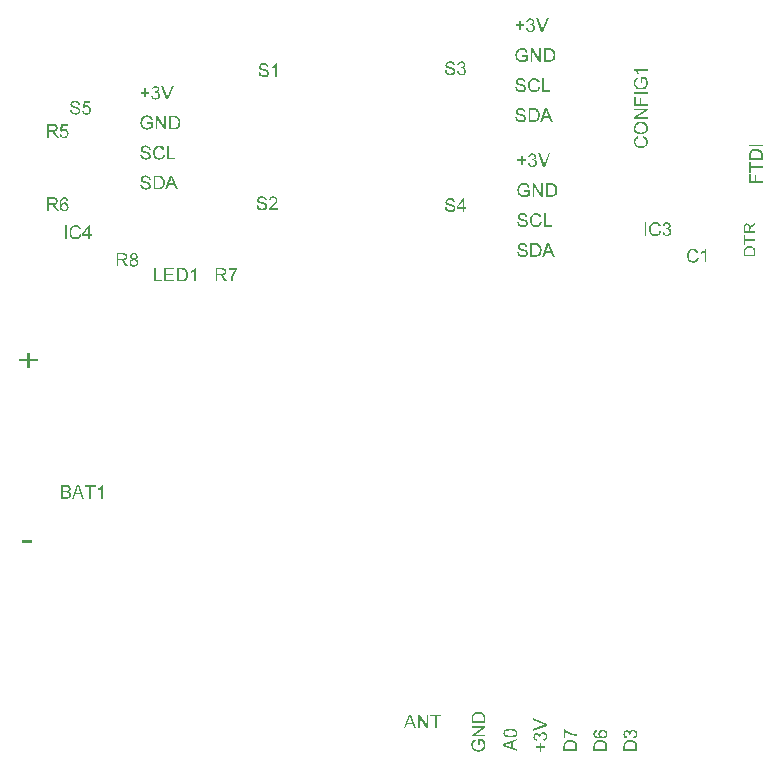
<source format=gto>
%FSLAX35Y35*%
%MOIN*%
%IN31=Bauteilnamenoben(extrainDatei:X.NamesTop)*%
%ADD10C,0.00591*%
%ADD11C,0.00004*%
%ADD12C,0.00200*%
%ADD13C,0.00240*%
%ADD14C,0.00300*%
%ADD15C,0.00384*%
%ADD16C,0.00400*%
%ADD17C,0.00413*%
%ADD18C,0.00535*%
%ADD19C,0.00600*%
%ADD20C,0.00748*%
%ADD21C,0.00768*%
%ADD22C,0.00787*%
%ADD23C,0.00800*%
%ADD24C,0.00886*%
%ADD25C,0.01024*%
%ADD26C,0.01181*%
%ADD27C,0.01575*%
%ADD28C,0.01969*%
%ADD29C,0.02362*%
%ADD30C,0.03150*%
%ADD31C,0.03536*%
%ADD32C,0.05000*%
%ADD33C,0.05906*%
%ADD34C,0.09843*%
%AMR_35*21,1,0.00600,0.07200,0,0,0.000*%
%ADD35R_35*%
%AMR_36*21,1,0.00788,0.03150,0,0,0.000*%
%ADD36R_36*%
%AMR_37*21,1,0.01181,0.00591,0,0,0.000*%
%ADD37R_37*%
%AMR_38*21,1,0.01181,0.01181,0,0,0.000*%
%ADD38R_38*%
%AMR_39*21,1,0.01250,0.04375,0,0,0.000*%
%ADD39R_39*%
%AMR_40*21,1,0.01400,0.05600,0,0,0.000*%
%ADD40R_40*%
%AMR_41*21,1,0.01574,0.04724,0,0,0.000*%
%ADD41R_41*%
%AMR_42*21,1,0.01969,0.05118,0,0,180.000*%
%ADD42R_42*%
%AMR_43*21,1,0.02300,0.01800,0,0,0.000*%
%ADD43R_43*%
%AMR_44*21,1,0.02362,0.05315,0,0,0.000*%
%ADD44R_44*%
%AMR_45*21,1,0.02756,0.11024,0,0,270.000*%
%ADD45R_45*%
%AMR_46*21,1,0.02953,0.05709,0,0,0.000*%
%ADD46R_46*%
%AMR_47*21,1,0.03150,0.00788,0,0,0.000*%
%ADD47R_47*%
%AMR_48*21,1,0.03750,0.01875,0,0,0.000*%
%ADD48R_48*%
%AMR_49*21,1,0.03750,0.13125,0,0,0.000*%
%ADD49R_49*%
%AMR_50*21,1,0.03937,0.05512,0,0,270.000*%
%ADD50R_50*%
%AMR_51*21,1,0.04600,0.05512,0,0,0.000*%
%ADD51R_51*%
%AMR_52*21,1,0.04724,0.01574,0,0,0.000*%
%ADD52R_52*%
%AMR_53*21,1,0.04724,0.04724,0,0,0.000*%
%ADD53R_53*%
%AMR_54*21,1,0.04724,0.04724,0,0,90.000*%
%ADD54R_54*%
%AMR_55*21,1,0.05118,0.01969,0,0,180.000*%
%ADD55R_55*%
%AMR_56*21,1,0.05118,0.05906,0,0,0.000*%
%ADD56R_56*%
%AMR_57*21,1,0.05118,0.05906,0,0,90.000*%
%ADD57R_57*%
%AMR_58*21,1,0.05118,0.05906,0,0,180.000*%
%ADD58R_58*%
%AMR_59*21,1,0.05118,0.06299,0,0,90.000*%
%ADD59R_59*%
%AMR_60*21,1,0.05118,0.06299,0,0,180.000*%
%ADD60R_60*%
%AMR_61*21,1,0.05118,0.06299,0,0,270.000*%
%ADD61R_61*%
%AMR_62*21,1,0.05512,0.05512,0,0,0.000*%
%ADD62R_62*%
%AMR_63*21,1,0.05512,0.05512,0,0,90.000*%
%ADD63R_63*%
%AMR_64*21,1,0.05512,0.05512,0,0,180.000*%
%ADD64R_64*%
%AMR_65*21,1,0.05512,0.05512,0,0,270.000*%
%ADD65R_65*%
%AMR_66*21,1,0.05600,0.01400,0,0,0.000*%
%ADD66R_66*%
%AMR_67*21,1,0.05709,0.02953,0,0,0.000*%
%ADD67R_67*%
%AMR_68*21,1,0.06299,0.06299,0,0,0.000*%
%ADD68R_68*%
%AMR_69*21,1,0.07087,0.07087,0,0,270.000*%
%ADD69R_69*%
%AMR_70*21,1,0.07087,0.11811,0,0,0.000*%
%ADD70R_70*%
%AMR_71*21,1,0.07874,0.06299,0,0,90.000*%
%ADD71R_71*%
%AMR_72*21,1,0.08661,0.04724,0,0,270.000*%
%ADD72R_72*%
%AMR_73*21,1,0.08661,0.08661,0,0,0.000*%
%ADD73R_73*%
%AMR_74*21,1,0.09843,0.19685,0,0,0.000*%
%ADD74R_74*%
%AMR_75*21,1,0.10000,0.01875,0,0,0.000*%
%ADD75R_75*%
%AMR_76*21,1,0.10625,0.01875,0,0,0.000*%
%ADD76R_76*%
%AMR_77*21,1,0.10625,0.19685,0,0,0.000*%
%ADD77R_77*%
%AMR_78*21,1,0.19685,0.09843,0,0,0.000*%
%ADD78R_78*%
%AMR_79*21,1,0.19685,0.19685,0,0,0.000*%
%ADD79R_79*%
%AMOCT_80*4,1,8,0.049213,0.024606,0.024606,0.049213,-0.024606,0.049213,-0.049213,0.024606,-0.049213,-0.024606,-0.024606,-0.049213,0.024606,-0.049213,0.049213,-0.024606,0.049213,0.024606,0.000*%
%ADD80OCT_80*%
G36*
X69777Y162183D02*
X69226Y162223D01*
X67257Y162223D01*
D02*G37*
G36*
X70171Y162105D02*
X69777Y162183D01*
X67257Y162223D01*
D02*G37*
G36*
X70446Y161908D02*
X70171Y162105D01*
X67257Y162223D01*
D02*G37*
G36*
X67848Y161672D02*
X70446Y161908D01*
X67257Y162223D01*
D02*G37*
G36*
X69265Y161672D02*
X70446Y161908D01*
X67848Y161672D01*
D02*G37*
G36*
X70643Y161672D02*
X70446Y161908D01*
X69265Y161672D01*
D02*G37*
G36*
X69698Y161632D02*
X70643Y161672D01*
X69265Y161672D01*
D02*G37*
G36*
X70013Y161475D02*
X70643Y161672D01*
X69698Y161632D01*
D02*G37*
G36*
X70801Y161317D02*
X70643Y161672D01*
X70013Y161475D01*
D02*G37*
G36*
X70210Y161238D02*
X70801Y161317D01*
X70013Y161475D01*
D02*G37*
G36*
X70250Y160963D02*
X70801Y161317D01*
X70210Y161238D01*
D02*G37*
G36*
X70840Y160963D02*
X70801Y161317D01*
X70250Y160963D01*
D02*G37*
G36*
X70210Y160766D02*
X70840Y160963D01*
X70250Y160963D01*
D02*G37*
G36*
X70131Y160569D02*
X70840Y160963D01*
X70210Y160766D01*
D02*G37*
G36*
X70761Y160530D02*
X70840Y160963D01*
X70131Y160569D01*
D02*G37*
G36*
X69974Y160451D02*
X70761Y160530D01*
X70131Y160569D01*
D02*G37*
G36*
X69777Y160333D02*
X70761Y160530D01*
X69974Y160451D01*
D02*G37*
G36*
X67849Y160254D02*
X67848Y161672D01*
X67257Y162223D01*
D02*G37*
G36*
X69501Y160254D02*
X70761Y160530D01*
X69777Y160333D01*
D02*G37*
G36*
X70525Y160175D02*
X70761Y160530D01*
X69501Y160254D01*
D02*G37*
G36*
X70525Y160175D02*
X69501Y160254D01*
X67849Y160254D01*
D02*G37*
G36*
X70368Y160018D02*
X70525Y160175D01*
X67849Y160254D01*
D02*G37*
G36*
X69895Y159782D02*
X70368Y160018D01*
X67849Y160254D01*
D02*G37*
G36*
X69580Y159742D02*
X69895Y159782D01*
X67849Y160254D01*
D02*G37*
G36*
X67848Y159703D02*
X69580Y159742D01*
X67849Y160254D01*
D02*G37*
G36*
X67848Y159703D02*
X67849Y160254D01*
X67257Y162223D01*
D02*G37*
G36*
X68753Y159703D02*
X69580Y159742D01*
X67848Y159703D01*
D02*G37*
G36*
X68872Y159664D02*
X69580Y159742D01*
X68753Y159703D01*
D02*G37*
G36*
X69777Y159624D02*
X69580Y159742D01*
X68872Y159664D01*
D02*G37*
G36*
X69147Y159546D02*
X69777Y159624D01*
X68872Y159664D01*
D02*G37*
G36*
X69935Y159506D02*
X69777Y159624D01*
X69147Y159546D01*
D02*G37*
G36*
X69265Y159427D02*
X69935Y159506D01*
X69147Y159546D01*
D02*G37*
G36*
X69423Y159231D02*
X69935Y159506D01*
X69265Y159427D01*
D02*G37*
G36*
X70171Y159231D02*
X69935Y159506D01*
X69423Y159231D01*
D02*G37*
G36*
X69620Y158955D02*
X70171Y159231D01*
X69423Y159231D01*
D02*G37*
G36*
X70407Y158916D02*
X70171Y159231D01*
X69620Y158955D01*
D02*G37*
G36*
X69856Y158601D02*
X70407Y158916D01*
X69620Y158955D01*
D02*G37*
G36*
X67257Y157656D02*
X67848Y159703D01*
X67257Y162223D01*
D02*G37*
G36*
X67848Y157656D02*
X67848Y159703D01*
X67257Y157656D01*
D02*G37*
G36*
X70446Y157656D02*
X70407Y158916D01*
X69856Y158601D01*
D02*G37*
G36*
X71155Y157656D02*
X70407Y158916D01*
X70446Y157656D01*
D02*G37*
G36*
X73753Y161593D02*
X71588Y161593D01*
X71588Y162144D01*
X74462Y162144D01*
X74462Y161711D01*
X74068Y161160D01*
X73635Y160451D01*
X73281Y159703D01*
X73005Y158916D01*
X72887Y158286D01*
X72809Y157656D01*
X72257Y157656D01*
X72297Y158246D01*
X72454Y158955D01*
X72690Y159703D01*
X73005Y160412D01*
X73360Y161042D01*
X73753Y161593D01*
D02*G37*
G36*
X49389Y157656D02*
X46633Y157656D01*
X46633Y162223D01*
X47224Y162223D01*
X47224Y158207D01*
X49389Y158207D01*
X49389Y157656D01*
D02*G37*
G36*
X53444Y157656D02*
X50137Y157656D01*
X50137Y162223D01*
X53326Y162223D01*
X53326Y161672D01*
X50728Y161672D01*
X50728Y160294D01*
X53169Y160294D01*
X53169Y159742D01*
X50728Y159742D01*
X50728Y158207D01*
X53444Y158207D01*
X53444Y157656D01*
D02*G37*
G36*
X56318Y162183D02*
X55846Y162223D01*
X54311Y162223D01*
D02*G37*
G36*
X56633Y162144D02*
X56318Y162183D01*
X54311Y162223D01*
D02*G37*
G36*
X57027Y162026D02*
X56633Y162144D01*
X54311Y162223D01*
D02*G37*
G36*
X57303Y161829D02*
X57027Y162026D01*
X54311Y162223D01*
D02*G37*
G36*
X54901Y161672D02*
X57303Y161829D01*
X54311Y162223D01*
D02*G37*
G36*
X55846Y161672D02*
X57303Y161829D01*
X54901Y161672D01*
D02*G37*
G36*
X56318Y161632D02*
X57303Y161829D01*
X55846Y161672D01*
D02*G37*
G36*
X56633Y161593D02*
X57303Y161829D01*
X56318Y161632D01*
D02*G37*
G36*
X57618Y161475D02*
X57303Y161829D01*
X56633Y161593D01*
D02*G37*
G36*
X56948Y161396D02*
X57618Y161475D01*
X56633Y161593D01*
D02*G37*
G36*
X57185Y161081D02*
X57618Y161475D01*
X56948Y161396D01*
D02*G37*
G36*
X57854Y161042D02*
X57618Y161475D01*
X57185Y161081D01*
D02*G37*
G36*
X57303Y160845D02*
X57854Y161042D01*
X57185Y161081D01*
D02*G37*
G36*
X57381Y160609D02*
X57854Y161042D01*
X57303Y160845D01*
D02*G37*
G36*
X57972Y160530D02*
X57854Y161042D01*
X57381Y160609D01*
D02*G37*
G36*
X57421Y160294D02*
X57972Y160530D01*
X57381Y160609D01*
D02*G37*
G36*
X57421Y159979D02*
X57972Y160530D01*
X57421Y160294D01*
D02*G37*
G36*
X58011Y159979D02*
X57972Y160530D01*
X57421Y159979D01*
D02*G37*
G36*
X57381Y159506D02*
X58011Y159979D01*
X57421Y159979D01*
D02*G37*
G36*
X57972Y159467D02*
X58011Y159979D01*
X57381Y159506D01*
D02*G37*
G36*
X57303Y159112D02*
X57972Y159467D01*
X57381Y159506D01*
D02*G37*
G36*
X57893Y159034D02*
X57972Y159467D01*
X57303Y159112D01*
D02*G37*
G36*
X57145Y158758D02*
X57893Y159034D01*
X57303Y159112D01*
D02*G37*
G36*
X57775Y158679D02*
X57893Y159034D01*
X57145Y158758D01*
D02*G37*
G36*
X56988Y158522D02*
X57775Y158679D01*
X57145Y158758D01*
D02*G37*
G36*
X56791Y158404D02*
X57775Y158679D01*
X56988Y158522D01*
D02*G37*
G36*
X57578Y158364D02*
X57775Y158679D01*
X56791Y158404D01*
D02*G37*
G36*
X56555Y158286D02*
X57578Y158364D01*
X56791Y158404D01*
D02*G37*
G36*
X54902Y158207D02*
X54901Y161672D01*
X54311Y162223D01*
D02*G37*
G36*
X56279Y158207D02*
X57578Y158364D01*
X56555Y158286D01*
D02*G37*
G36*
X57381Y158128D02*
X57578Y158364D01*
X56279Y158207D01*
D02*G37*
G36*
X57381Y158128D02*
X56279Y158207D01*
X54902Y158207D01*
D02*G37*
G36*
X57185Y157971D02*
X57381Y158128D01*
X54902Y158207D01*
D02*G37*
G36*
X56948Y157813D02*
X57185Y157971D01*
X54902Y158207D01*
D02*G37*
G36*
X54311Y157656D02*
X54902Y158207D01*
X54311Y162223D01*
D02*G37*
G36*
X54311Y157656D02*
X56948Y157813D01*
X54902Y158207D01*
D02*G37*
G36*
X56318Y157656D02*
X56948Y157813D01*
X54311Y157656D01*
D02*G37*
G36*
X60610Y162223D02*
X60610Y157656D01*
X60059Y157656D01*
X60059Y161199D01*
X59822Y161002D01*
X59547Y160845D01*
X59271Y160648D01*
X58996Y160530D01*
X58996Y161081D01*
X59429Y161317D01*
X59783Y161593D01*
X60059Y161908D01*
X60255Y162223D01*
X60610Y162223D01*
D02*G37*
G36*
X131934Y12763D02*
X132249Y13235D01*
X131579Y13235D01*
D02*G37*
G36*
X132091Y12330D02*
X132249Y13235D01*
X131934Y12763D01*
D02*G37*
G36*
X131658Y11897D02*
X131934Y12763D01*
X131579Y13235D01*
D02*G37*
G36*
X132249Y11779D02*
X132249Y13235D01*
X132091Y12330D01*
D02*G37*
G36*
X131187Y10637D02*
X131658Y11897D01*
X131579Y13235D01*
D02*G37*
G36*
X132682Y10637D02*
X132249Y13235D01*
X132249Y11779D01*
D02*G37*
G36*
X130989Y10086D02*
X132682Y10637D01*
X131187Y10637D01*
D02*G37*
G36*
X130989Y10086D02*
X131187Y10637D01*
X131579Y13235D01*
D02*G37*
G36*
X132878Y10086D02*
X132682Y10637D01*
X130989Y10086D01*
D02*G37*
G36*
X132878Y10086D02*
X132249Y13235D01*
X132682Y10637D01*
D02*G37*
G36*
X129886Y8668D02*
X130989Y10086D01*
X131579Y13235D01*
D02*G37*
G36*
X130516Y8668D02*
X130989Y10086D01*
X129886Y8668D01*
D02*G37*
G36*
X133390Y8668D02*
X132249Y13235D01*
X132878Y10086D01*
D02*G37*
G36*
X134020Y8668D02*
X132249Y13235D01*
X133390Y8668D01*
D02*G37*
G36*
X135241Y8668D02*
X134650Y8668D01*
X134650Y13235D01*
X135280Y13235D01*
X137563Y9692D01*
X137563Y13235D01*
X138154Y13235D01*
X138154Y8668D01*
X137524Y8668D01*
X135241Y12172D01*
X135241Y8668D01*
D02*G37*
G36*
X140871Y8668D02*
X140280Y8668D01*
X140280Y12684D01*
X138784Y12684D01*
X138784Y13235D01*
X142367Y13235D01*
X142367Y12684D01*
X140871Y12684D01*
X140871Y8668D01*
D02*G37*
G36*
X13527Y185683D02*
X12976Y185723D01*
X11007Y185723D01*
D02*G37*
G36*
X13921Y185605D02*
X13527Y185683D01*
X11007Y185723D01*
D02*G37*
G36*
X14196Y185408D02*
X13921Y185605D01*
X11007Y185723D01*
D02*G37*
G36*
X11598Y185172D02*
X14196Y185408D01*
X11007Y185723D01*
D02*G37*
G36*
X13015Y185172D02*
X14196Y185408D01*
X11598Y185172D01*
D02*G37*
G36*
X14393Y185172D02*
X14196Y185408D01*
X13015Y185172D01*
D02*G37*
G36*
X13448Y185132D02*
X14393Y185172D01*
X13015Y185172D01*
D02*G37*
G36*
X13763Y184975D02*
X14393Y185172D01*
X13448Y185132D01*
D02*G37*
G36*
X14551Y184817D02*
X14393Y185172D01*
X13763Y184975D01*
D02*G37*
G36*
X13960Y184738D02*
X14551Y184817D01*
X13763Y184975D01*
D02*G37*
G36*
X14000Y184463D02*
X14551Y184817D01*
X13960Y184738D01*
D02*G37*
G36*
X14590Y184463D02*
X14551Y184817D01*
X14000Y184463D01*
D02*G37*
G36*
X13960Y184266D02*
X14590Y184463D01*
X14000Y184463D01*
D02*G37*
G36*
X13881Y184069D02*
X14590Y184463D01*
X13960Y184266D01*
D02*G37*
G36*
X14511Y184030D02*
X14590Y184463D01*
X13881Y184069D01*
D02*G37*
G36*
X13724Y183951D02*
X14511Y184030D01*
X13881Y184069D01*
D02*G37*
G36*
X13527Y183833D02*
X14511Y184030D01*
X13724Y183951D01*
D02*G37*
G36*
X11599Y183754D02*
X11598Y185172D01*
X11007Y185723D01*
D02*G37*
G36*
X13251Y183754D02*
X14511Y184030D01*
X13527Y183833D01*
D02*G37*
G36*
X14275Y183675D02*
X14511Y184030D01*
X13251Y183754D01*
D02*G37*
G36*
X14275Y183675D02*
X13251Y183754D01*
X11599Y183754D01*
D02*G37*
G36*
X14118Y183518D02*
X14275Y183675D01*
X11599Y183754D01*
D02*G37*
G36*
X13645Y183282D02*
X14118Y183518D01*
X11599Y183754D01*
D02*G37*
G36*
X13330Y183242D02*
X13645Y183282D01*
X11599Y183754D01*
D02*G37*
G36*
X11598Y183203D02*
X13330Y183242D01*
X11599Y183754D01*
D02*G37*
G36*
X11598Y183203D02*
X11599Y183754D01*
X11007Y185723D01*
D02*G37*
G36*
X12503Y183203D02*
X13330Y183242D01*
X11598Y183203D01*
D02*G37*
G36*
X12622Y183164D02*
X13330Y183242D01*
X12503Y183203D01*
D02*G37*
G36*
X13527Y183124D02*
X13330Y183242D01*
X12622Y183164D01*
D02*G37*
G36*
X12897Y183046D02*
X13527Y183124D01*
X12622Y183164D01*
D02*G37*
G36*
X13685Y183006D02*
X13527Y183124D01*
X12897Y183046D01*
D02*G37*
G36*
X13015Y182927D02*
X13685Y183006D01*
X12897Y183046D01*
D02*G37*
G36*
X13173Y182731D02*
X13685Y183006D01*
X13015Y182927D01*
D02*G37*
G36*
X13921Y182731D02*
X13685Y183006D01*
X13173Y182731D01*
D02*G37*
G36*
X13370Y182455D02*
X13921Y182731D01*
X13173Y182731D01*
D02*G37*
G36*
X14157Y182416D02*
X13921Y182731D01*
X13370Y182455D01*
D02*G37*
G36*
X13606Y182101D02*
X14157Y182416D01*
X13370Y182455D01*
D02*G37*
G36*
X11007Y181156D02*
X11598Y183203D01*
X11007Y185723D01*
D02*G37*
G36*
X11598Y181156D02*
X11598Y183203D01*
X11007Y181156D01*
D02*G37*
G36*
X14196Y181156D02*
X14157Y182416D01*
X13606Y182101D01*
D02*G37*
G36*
X14905Y181156D02*
X14157Y182416D01*
X14196Y181156D01*
D02*G37*
G36*
X17346Y185644D02*
X16834Y185723D01*
X16519Y185683D01*
D02*G37*
G36*
X16204Y185605D02*
X17346Y185644D01*
X16519Y185683D01*
D02*G37*
G36*
X15929Y185408D02*
X17346Y185644D01*
X16204Y185605D01*
D02*G37*
G36*
X17740Y185408D02*
X17346Y185644D01*
X15929Y185408D01*
D02*G37*
G36*
X16795Y185250D02*
X17740Y185408D01*
X15929Y185408D01*
D02*G37*
G36*
X15692Y185211D02*
X16795Y185250D01*
X15929Y185408D01*
D02*G37*
G36*
X16559Y185211D02*
X16795Y185250D01*
X15692Y185211D01*
D02*G37*
G36*
X17110Y185172D02*
X17740Y185408D01*
X16795Y185250D01*
D02*G37*
G36*
X16322Y185093D02*
X16559Y185211D01*
X15692Y185211D01*
D02*G37*
G36*
X17385Y185014D02*
X17740Y185408D01*
X17110Y185172D01*
D02*G37*
G36*
X18015Y185014D02*
X17740Y185408D01*
X17385Y185014D01*
D02*G37*
G36*
X15496Y184857D02*
X16322Y185093D01*
X15692Y185211D01*
D02*G37*
G36*
X16125Y184857D02*
X16322Y185093D01*
X15496Y184857D01*
D02*G37*
G36*
X17503Y184778D02*
X18015Y185014D01*
X17385Y185014D01*
D02*G37*
G36*
X15929Y184542D02*
X16125Y184857D01*
X15496Y184857D01*
D02*G37*
G36*
X18133Y184542D02*
X18015Y185014D01*
X17503Y184778D01*
D02*G37*
G36*
X17582Y184502D02*
X18133Y184542D01*
X17503Y184778D01*
D02*G37*
G36*
X15338Y184424D02*
X15929Y184542D01*
X15496Y184857D01*
D02*G37*
G36*
X15850Y184345D02*
X15929Y184542D01*
X15338Y184424D01*
D02*G37*
G36*
X15811Y184109D02*
X15850Y184345D01*
X15338Y184424D01*
D02*G37*
G36*
X17149Y184069D02*
X16874Y184109D01*
X16559Y184069D01*
D02*G37*
G36*
X17385Y183990D02*
X17149Y184069D01*
X16559Y184069D01*
D02*G37*
G36*
X16283Y183951D02*
X17385Y183990D01*
X16559Y184069D01*
D02*G37*
G36*
X15259Y183912D02*
X15811Y184109D01*
X15338Y184424D01*
D02*G37*
G36*
X17622Y183872D02*
X17385Y183990D01*
X16283Y183951D01*
D02*G37*
G36*
X16007Y183754D02*
X17622Y183872D01*
X16283Y183951D01*
D02*G37*
G36*
X17818Y183675D02*
X17622Y183872D01*
X16007Y183754D01*
D02*G37*
G36*
X16755Y183557D02*
X17818Y183675D01*
X16007Y183754D01*
D02*G37*
G36*
X15771Y183518D02*
X15811Y184109D01*
X15259Y183912D01*
D02*G37*
G36*
X15771Y183518D02*
X16755Y183557D01*
X16007Y183754D01*
D02*G37*
G36*
X16401Y183479D02*
X16755Y183557D01*
X15771Y183518D01*
D02*G37*
G36*
X17110Y183479D02*
X17818Y183675D01*
X16755Y183557D01*
D02*G37*
G36*
X17976Y183479D02*
X17818Y183675D01*
X17110Y183479D01*
D02*G37*
G36*
X15220Y183282D02*
X15771Y183518D01*
X15259Y183912D01*
D02*G37*
G36*
X15220Y183282D02*
X16401Y183479D01*
X15771Y183518D01*
D02*G37*
G36*
X16086Y183282D02*
X16401Y183479D01*
X15220Y183282D01*
D02*G37*
G36*
X17425Y183282D02*
X17976Y183479D01*
X17110Y183479D01*
D02*G37*
G36*
X18133Y183203D02*
X17976Y183479D01*
X17425Y183282D01*
D02*G37*
G36*
X15889Y182967D02*
X16086Y183282D01*
X15220Y183282D01*
D02*G37*
G36*
X17582Y182967D02*
X18133Y183203D01*
X17425Y183282D01*
D02*G37*
G36*
X18173Y182927D02*
X18133Y183203D01*
X17582Y182967D01*
D02*G37*
G36*
X15259Y182731D02*
X15889Y182967D01*
X15220Y183282D01*
D02*G37*
G36*
X15812Y182612D02*
X15889Y182967D01*
X15259Y182731D01*
D02*G37*
G36*
X18212Y182612D02*
X18173Y182927D01*
X17582Y182967D01*
D02*G37*
G36*
X17661Y182573D02*
X18212Y182612D01*
X17582Y182967D01*
D02*G37*
G36*
X15850Y182337D02*
X15812Y182612D01*
X15259Y182731D01*
D02*G37*
G36*
X15338Y182258D02*
X15850Y182337D01*
X15259Y182731D01*
D02*G37*
G36*
X18173Y182219D02*
X18212Y182612D01*
X17661Y182573D01*
D02*G37*
G36*
X17582Y182140D02*
X18173Y182219D01*
X17661Y182573D01*
D02*G37*
G36*
X15929Y182061D02*
X15850Y182337D01*
X15338Y182258D01*
D02*G37*
G36*
X15456Y181904D02*
X15929Y182061D01*
X15338Y182258D01*
D02*G37*
G36*
X16086Y181825D02*
X15929Y182061D01*
X15456Y181904D01*
D02*G37*
G36*
X17425Y181825D02*
X18173Y182219D01*
X17582Y182140D01*
D02*G37*
G36*
X18015Y181825D02*
X18173Y182219D01*
X17425Y181825D01*
D02*G37*
G36*
X16283Y181668D02*
X16086Y181825D01*
X15456Y181904D01*
D02*G37*
G36*
X17110Y181628D02*
X18015Y181825D01*
X17425Y181825D01*
D02*G37*
G36*
X15653Y181589D02*
X16283Y181668D01*
X15456Y181904D01*
D02*G37*
G36*
X16519Y181589D02*
X16283Y181668D01*
X15653Y181589D01*
D02*G37*
G36*
X16755Y181550D02*
X16519Y181589D01*
X15653Y181589D01*
D02*G37*
G36*
X16755Y181550D02*
X18015Y181825D01*
X17110Y181628D01*
D02*G37*
G36*
X17818Y181510D02*
X18015Y181825D01*
X16755Y181550D01*
D02*G37*
G36*
X17818Y181510D02*
X16755Y181550D01*
X15653Y181589D01*
D02*G37*
G36*
X15889Y181353D02*
X17818Y181510D01*
X15653Y181589D01*
D02*G37*
G36*
X17543Y181274D02*
X17818Y181510D01*
X15889Y181353D01*
D02*G37*
G36*
X16165Y181195D02*
X17543Y181274D01*
X15889Y181353D01*
D02*G37*
G36*
X16480Y181116D02*
X17543Y181274D01*
X16165Y181195D01*
D02*G37*
G36*
X17188Y181116D02*
X17543Y181274D01*
X16480Y181116D01*
D02*G37*
G36*
X16795Y181077D02*
X17188Y181116D01*
X16480Y181116D01*
D02*G37*
G36*
X13527Y210058D02*
X12976Y210098D01*
X11007Y210098D01*
D02*G37*
G36*
X13921Y209980D02*
X13527Y210058D01*
X11007Y210098D01*
D02*G37*
G36*
X14196Y209783D02*
X13921Y209980D01*
X11007Y210098D01*
D02*G37*
G36*
X11598Y209547D02*
X14196Y209783D01*
X11007Y210098D01*
D02*G37*
G36*
X13015Y209547D02*
X14196Y209783D01*
X11598Y209547D01*
D02*G37*
G36*
X14393Y209547D02*
X14196Y209783D01*
X13015Y209547D01*
D02*G37*
G36*
X13448Y209507D02*
X14393Y209547D01*
X13015Y209547D01*
D02*G37*
G36*
X13763Y209350D02*
X14393Y209547D01*
X13448Y209507D01*
D02*G37*
G36*
X14551Y209192D02*
X14393Y209547D01*
X13763Y209350D01*
D02*G37*
G36*
X13960Y209113D02*
X14551Y209192D01*
X13763Y209350D01*
D02*G37*
G36*
X14000Y208838D02*
X14551Y209192D01*
X13960Y209113D01*
D02*G37*
G36*
X14590Y208838D02*
X14551Y209192D01*
X14000Y208838D01*
D02*G37*
G36*
X13960Y208641D02*
X14590Y208838D01*
X14000Y208838D01*
D02*G37*
G36*
X13881Y208444D02*
X14590Y208838D01*
X13960Y208641D01*
D02*G37*
G36*
X14511Y208405D02*
X14590Y208838D01*
X13881Y208444D01*
D02*G37*
G36*
X13724Y208326D02*
X14511Y208405D01*
X13881Y208444D01*
D02*G37*
G36*
X13527Y208208D02*
X14511Y208405D01*
X13724Y208326D01*
D02*G37*
G36*
X11599Y208129D02*
X11598Y209547D01*
X11007Y210098D01*
D02*G37*
G36*
X13251Y208129D02*
X14511Y208405D01*
X13527Y208208D01*
D02*G37*
G36*
X14275Y208050D02*
X14511Y208405D01*
X13251Y208129D01*
D02*G37*
G36*
X14275Y208050D02*
X13251Y208129D01*
X11599Y208129D01*
D02*G37*
G36*
X14118Y207893D02*
X14275Y208050D01*
X11599Y208129D01*
D02*G37*
G36*
X13645Y207657D02*
X14118Y207893D01*
X11599Y208129D01*
D02*G37*
G36*
X13330Y207617D02*
X13645Y207657D01*
X11599Y208129D01*
D02*G37*
G36*
X11598Y207578D02*
X13330Y207617D01*
X11599Y208129D01*
D02*G37*
G36*
X11598Y207578D02*
X11599Y208129D01*
X11007Y210098D01*
D02*G37*
G36*
X12503Y207578D02*
X13330Y207617D01*
X11598Y207578D01*
D02*G37*
G36*
X12622Y207539D02*
X13330Y207617D01*
X12503Y207578D01*
D02*G37*
G36*
X13527Y207499D02*
X13330Y207617D01*
X12622Y207539D01*
D02*G37*
G36*
X12897Y207421D02*
X13527Y207499D01*
X12622Y207539D01*
D02*G37*
G36*
X13685Y207381D02*
X13527Y207499D01*
X12897Y207421D01*
D02*G37*
G36*
X13015Y207302D02*
X13685Y207381D01*
X12897Y207421D01*
D02*G37*
G36*
X13173Y207106D02*
X13685Y207381D01*
X13015Y207302D01*
D02*G37*
G36*
X13921Y207106D02*
X13685Y207381D01*
X13173Y207106D01*
D02*G37*
G36*
X13370Y206830D02*
X13921Y207106D01*
X13173Y207106D01*
D02*G37*
G36*
X14157Y206791D02*
X13921Y207106D01*
X13370Y206830D01*
D02*G37*
G36*
X13606Y206476D02*
X14157Y206791D01*
X13370Y206830D01*
D02*G37*
G36*
X11007Y205531D02*
X11598Y207578D01*
X11007Y210098D01*
D02*G37*
G36*
X11598Y205531D02*
X11598Y207578D01*
X11007Y205531D01*
D02*G37*
G36*
X14196Y205531D02*
X14157Y206791D01*
X13606Y206476D01*
D02*G37*
G36*
X14905Y205531D02*
X14157Y206791D01*
X14196Y205531D01*
D02*G37*
G36*
X15338Y206436D02*
X15299Y206712D01*
X15850Y206751D01*
X15968Y206397D01*
X16125Y206121D01*
X16401Y205964D01*
X16716Y205925D01*
X17110Y206003D01*
X17385Y206200D01*
X17582Y206554D01*
X17661Y206987D01*
X17582Y207421D01*
X17425Y207736D01*
X17110Y207932D01*
X16716Y208011D01*
X16480Y207972D01*
X16244Y207893D01*
X16086Y207775D01*
X15929Y207617D01*
X15377Y207696D01*
X15850Y210019D01*
X17976Y210019D01*
X17976Y209468D01*
X16283Y209468D01*
X16047Y208247D01*
X16244Y208365D01*
X16480Y208484D01*
X16874Y208562D01*
X17149Y208523D01*
X17385Y208444D01*
X17622Y208326D01*
X17818Y208129D01*
X18015Y207932D01*
X18133Y207657D01*
X18173Y207381D01*
X18212Y207066D01*
X18173Y206791D01*
X18133Y206515D01*
X18015Y206239D01*
X17858Y206003D01*
X17622Y205767D01*
X17346Y205570D01*
X17070Y205491D01*
X16716Y205452D01*
X16440Y205452D01*
X16165Y205531D01*
X15929Y205649D01*
X15732Y205806D01*
X15574Y205964D01*
X15417Y206200D01*
X15338Y206436D01*
D02*G37*
G36*
X210128Y205360D02*
X209617Y205557D01*
X209774Y206147D01*
X210128Y206029D01*
X210443Y205872D01*
X210680Y205714D01*
X210916Y205478D01*
X211073Y205202D01*
X211231Y204927D01*
X211270Y204612D01*
X211310Y204297D01*
X211231Y203627D01*
X211152Y203352D01*
X210995Y203116D01*
X210640Y202683D01*
X210128Y202407D01*
X209538Y202250D01*
X208908Y202171D01*
X208239Y202250D01*
X207687Y202446D01*
X207215Y202761D01*
X206861Y203194D01*
X206664Y203706D01*
X206585Y204257D01*
X206625Y204612D01*
X206664Y204887D01*
X206782Y205163D01*
X206939Y205399D01*
X207373Y205793D01*
X207924Y206029D01*
X208081Y205438D01*
X207648Y205242D01*
X207373Y205005D01*
X207215Y204651D01*
X207136Y204257D01*
X207215Y203785D01*
X207373Y203391D01*
X207687Y203076D01*
X208042Y202919D01*
X208475Y202801D01*
X208908Y202761D01*
X209459Y202801D01*
X209932Y202919D01*
X210286Y203155D01*
X210562Y203470D01*
X210719Y203824D01*
X210758Y204218D01*
X210680Y204690D01*
X210483Y205084D01*
X210128Y205360D01*
D02*G37*
G36*
X209617Y210872D02*
X208947Y210950D01*
X208317Y210872D01*
D02*G37*
G36*
X207727Y210675D02*
X209617Y210872D01*
X208317Y210872D01*
D02*G37*
G36*
X210207Y210675D02*
X209617Y210872D01*
X207727Y210675D01*
D02*G37*
G36*
X207254Y210360D02*
X210207Y210675D01*
X207727Y210675D01*
D02*G37*
G36*
X208947Y210360D02*
X210207Y210675D01*
X207254Y210360D01*
D02*G37*
G36*
X210680Y210360D02*
X210207Y210675D01*
X208947Y210360D01*
D02*G37*
G36*
X208436Y210320D02*
X208947Y210360D01*
X207254Y210360D01*
D02*G37*
G36*
X209380Y210320D02*
X210680Y210360D01*
X208947Y210360D01*
D02*G37*
G36*
X209735Y210242D02*
X210680Y210360D01*
X209380Y210320D01*
D02*G37*
G36*
X208002Y210163D02*
X208436Y210320D01*
X207254Y210360D01*
D02*G37*
G36*
X210050Y210124D02*
X210680Y210360D01*
X209735Y210242D01*
D02*G37*
G36*
X207648Y209966D02*
X208002Y210163D01*
X207254Y210360D01*
D02*G37*
G36*
X206900Y209927D02*
X207648Y209966D01*
X207254Y210360D01*
D02*G37*
G36*
X210286Y209927D02*
X210680Y210360D01*
X210050Y210124D01*
D02*G37*
G36*
X211034Y209887D02*
X210680Y210360D01*
X210286Y209927D01*
D02*G37*
G36*
X210483Y209690D02*
X211034Y209887D01*
X210286Y209927D01*
D02*G37*
G36*
X207373Y209651D02*
X207648Y209966D01*
X206900Y209927D01*
D02*G37*
G36*
X206664Y209415D02*
X207373Y209651D01*
X206900Y209927D01*
D02*G37*
G36*
X210640Y209415D02*
X211034Y209887D01*
X210483Y209690D01*
D02*G37*
G36*
X211231Y209375D02*
X211034Y209887D01*
X210640Y209415D01*
D02*G37*
G36*
X207215Y209257D02*
X207373Y209651D01*
X206664Y209415D01*
D02*G37*
G36*
X210719Y209139D02*
X211231Y209375D01*
X210640Y209415D01*
D02*G37*
G36*
X206585Y208824D02*
X207215Y209257D01*
X206664Y209415D01*
D02*G37*
G36*
X207136Y208824D02*
X207215Y209257D01*
X206585Y208824D01*
D02*G37*
G36*
X210758Y208824D02*
X211231Y209375D01*
X210719Y209139D01*
D02*G37*
G36*
X211310Y208824D02*
X211231Y209375D01*
X210758Y208824D01*
D02*G37*
G36*
X207176Y208509D02*
X207136Y208824D01*
X206585Y208824D01*
D02*G37*
G36*
X210719Y208509D02*
X211310Y208824D01*
X210758Y208824D01*
D02*G37*
G36*
X206625Y208391D02*
X207176Y208509D01*
X206585Y208824D01*
D02*G37*
G36*
X207254Y208234D02*
X207176Y208509D01*
X206625Y208391D01*
D02*G37*
G36*
X210640Y208234D02*
X211310Y208824D01*
X210719Y208509D01*
D02*G37*
G36*
X211231Y208234D02*
X211310Y208824D01*
X210640Y208234D01*
D02*G37*
G36*
X207373Y207998D02*
X207254Y208234D01*
X206625Y208391D01*
D02*G37*
G36*
X206743Y207958D02*
X207373Y207998D01*
X206625Y208391D01*
D02*G37*
G36*
X210483Y207958D02*
X211231Y208234D01*
X210640Y208234D01*
D02*G37*
G36*
X211152Y207958D02*
X211231Y208234D01*
X210483Y207958D01*
D02*G37*
G36*
X207569Y207761D02*
X207373Y207998D01*
X206743Y207958D01*
D02*G37*
G36*
X210286Y207722D02*
X211152Y207958D01*
X210483Y207958D01*
D02*G37*
G36*
X210995Y207722D02*
X211152Y207958D01*
X210286Y207722D01*
D02*G37*
G36*
X206939Y207604D02*
X207569Y207761D01*
X206743Y207958D01*
D02*G37*
G36*
X207845Y207564D02*
X207569Y207761D01*
X206939Y207604D01*
D02*G37*
G36*
X210050Y207525D02*
X210995Y207722D01*
X210286Y207722D01*
D02*G37*
G36*
X208160Y207407D02*
X207845Y207564D01*
X206939Y207604D01*
D02*G37*
G36*
X209735Y207407D02*
X210995Y207722D01*
X210050Y207525D01*
D02*G37*
G36*
X208554Y207328D02*
X208160Y207407D01*
X206939Y207604D01*
D02*G37*
G36*
X207215Y207289D02*
X208554Y207328D01*
X206939Y207604D01*
D02*G37*
G36*
X209027Y207289D02*
X208554Y207328D01*
X207215Y207289D01*
D02*G37*
G36*
X210640Y207289D02*
X210995Y207722D01*
X209420Y207328D01*
D02*G37*
G36*
X210640Y207289D02*
X209420Y207328D01*
X209027Y207289D01*
D02*G37*
G36*
X207569Y207053D02*
X210640Y207289D01*
X207215Y207289D01*
D02*G37*
G36*
X210168Y206974D02*
X210640Y207289D01*
X207569Y207053D01*
D02*G37*
G36*
X208002Y206856D02*
X210168Y206974D01*
X207569Y207053D01*
D02*G37*
G36*
X209617Y206777D02*
X210168Y206974D01*
X208002Y206856D01*
D02*G37*
G36*
X208475Y206738D02*
X209617Y206777D01*
X208002Y206856D01*
D02*G37*
G36*
X209026Y206698D02*
X209617Y206777D01*
X208475Y206738D01*
D02*G37*
G36*
X211231Y212368D02*
X211231Y211777D01*
X206664Y211777D01*
X206664Y212407D01*
X210207Y214690D01*
X206664Y214690D01*
X206664Y215281D01*
X211231Y215281D01*
X211231Y214651D01*
X207727Y212368D01*
X211231Y212368D01*
D02*G37*
G36*
X211231Y216895D02*
X211231Y216305D01*
X206664Y216305D01*
X206664Y219297D01*
X207215Y219297D01*
X207215Y216895D01*
X208593Y216895D01*
X208593Y218942D01*
X209144Y218942D01*
X209144Y216895D01*
X211231Y216895D01*
D02*G37*
G36*
X211231Y220753D02*
X211231Y220163D01*
X206664Y220163D01*
X206664Y220753D01*
X211231Y220753D01*
D02*G37*
G36*
X209459Y225242D02*
X209459Y223942D01*
X208908Y223942D01*
X208908Y225832D01*
X210601Y225832D01*
X210916Y225399D01*
X211152Y224927D01*
X211270Y224454D01*
X211310Y223982D01*
X211231Y223312D01*
X211034Y222761D01*
X210680Y222289D01*
X210207Y221935D01*
X209617Y221738D01*
X208987Y221659D01*
X208317Y221738D01*
X207727Y221935D01*
X207215Y222289D01*
X206861Y222722D01*
X206664Y223273D01*
X206585Y223903D01*
X206625Y224375D01*
X206743Y224809D01*
X206939Y225163D01*
X207215Y225438D01*
X207530Y225635D01*
X207963Y225753D01*
X208121Y225202D01*
X207806Y225124D01*
X207569Y224966D01*
X207412Y224769D01*
X207254Y224533D01*
X207176Y224218D01*
X207136Y223903D01*
X207176Y223509D01*
X207254Y223194D01*
X207412Y222919D01*
X207609Y222722D01*
X207806Y222564D01*
X208042Y222407D01*
X208475Y222289D01*
X208947Y222250D01*
X209499Y222289D01*
X209971Y222446D01*
X210325Y222722D01*
X210562Y223076D01*
X210719Y223470D01*
X210758Y223903D01*
X210719Y224297D01*
X210601Y224690D01*
X210443Y225005D01*
X210286Y225242D01*
X209459Y225242D01*
D02*G37*
G36*
X206664Y228509D02*
X211231Y228509D01*
X211231Y227958D01*
X207687Y227958D01*
X207884Y227722D01*
X208042Y227446D01*
X208239Y227171D01*
X208357Y226895D01*
X207806Y226895D01*
X207569Y227328D01*
X207294Y227683D01*
X206979Y227958D01*
X206664Y228155D01*
X206664Y228509D01*
D02*G37*
G36*
X17623Y171856D02*
X17032Y171856D01*
X17032Y176423D01*
X17623Y176423D01*
X17623Y171856D01*
D02*G37*
G36*
X21717Y172958D02*
X21914Y173470D01*
X22504Y173312D01*
X22386Y172958D01*
X22229Y172643D01*
X22071Y172407D01*
X21835Y172171D01*
X21560Y172013D01*
X21284Y171856D01*
X20969Y171816D01*
X20654Y171777D01*
X19985Y171856D01*
X19709Y171935D01*
X19473Y172092D01*
X19040Y172446D01*
X18764Y172958D01*
X18607Y173549D01*
X18528Y174179D01*
X18607Y174848D01*
X18804Y175399D01*
X19119Y175872D01*
X19552Y176226D01*
X20063Y176423D01*
X20615Y176501D01*
X20969Y176462D01*
X21245Y176423D01*
X21520Y176305D01*
X21756Y176147D01*
X22150Y175714D01*
X22386Y175163D01*
X21796Y175005D01*
X21599Y175438D01*
X21363Y175714D01*
X21008Y175872D01*
X20615Y175950D01*
X20142Y175872D01*
X19749Y175714D01*
X19434Y175399D01*
X19276Y175045D01*
X19158Y174612D01*
X19119Y174179D01*
X19158Y173627D01*
X19276Y173155D01*
X19512Y172801D01*
X19827Y172525D01*
X20182Y172368D01*
X20575Y172328D01*
X21048Y172407D01*
X21441Y172604D01*
X21717Y172958D01*
D02*G37*
G36*
X24788Y175478D02*
X25339Y176423D01*
X24906Y176423D01*
D02*G37*
G36*
X22819Y173509D02*
X24788Y175478D01*
X24906Y176423D01*
D02*G37*
G36*
X23371Y173509D02*
X24788Y175478D01*
X22819Y173509D01*
D02*G37*
G36*
X24789Y173509D02*
X25339Y176423D01*
X24788Y175478D01*
D02*G37*
G36*
X25339Y173509D02*
X25339Y176423D01*
X24789Y173509D01*
D02*G37*
G36*
X22819Y172958D02*
X25930Y173509D01*
X22819Y173509D01*
D02*G37*
G36*
X24788Y172958D02*
X25930Y173509D01*
X22819Y172958D01*
D02*G37*
G36*
X25339Y172958D02*
X25930Y173509D01*
X24788Y172958D01*
D02*G37*
G36*
X25930Y172958D02*
X25930Y173509D01*
X25339Y172958D01*
D02*G37*
G36*
X24788Y171856D02*
X25339Y172958D01*
X24788Y172958D01*
D02*G37*
G36*
X25339Y171856D02*
X25339Y172958D01*
X24788Y171856D01*
D02*G37*
G36*
X36777Y167183D02*
X36226Y167223D01*
X34257Y167223D01*
D02*G37*
G36*
X37171Y167105D02*
X36777Y167183D01*
X34257Y167223D01*
D02*G37*
G36*
X37446Y166908D02*
X37171Y167105D01*
X34257Y167223D01*
D02*G37*
G36*
X34848Y166672D02*
X37446Y166908D01*
X34257Y167223D01*
D02*G37*
G36*
X36265Y166672D02*
X37446Y166908D01*
X34848Y166672D01*
D02*G37*
G36*
X37643Y166672D02*
X37446Y166908D01*
X36265Y166672D01*
D02*G37*
G36*
X36698Y166632D02*
X37643Y166672D01*
X36265Y166672D01*
D02*G37*
G36*
X37013Y166475D02*
X37643Y166672D01*
X36698Y166632D01*
D02*G37*
G36*
X37801Y166317D02*
X37643Y166672D01*
X37013Y166475D01*
D02*G37*
G36*
X37210Y166238D02*
X37801Y166317D01*
X37013Y166475D01*
D02*G37*
G36*
X37250Y165963D02*
X37801Y166317D01*
X37210Y166238D01*
D02*G37*
G36*
X37840Y165963D02*
X37801Y166317D01*
X37250Y165963D01*
D02*G37*
G36*
X37210Y165766D02*
X37840Y165963D01*
X37250Y165963D01*
D02*G37*
G36*
X37131Y165569D02*
X37840Y165963D01*
X37210Y165766D01*
D02*G37*
G36*
X37761Y165530D02*
X37840Y165963D01*
X37131Y165569D01*
D02*G37*
G36*
X36974Y165451D02*
X37761Y165530D01*
X37131Y165569D01*
D02*G37*
G36*
X36777Y165333D02*
X37761Y165530D01*
X36974Y165451D01*
D02*G37*
G36*
X34849Y165254D02*
X34848Y166672D01*
X34257Y167223D01*
D02*G37*
G36*
X36501Y165254D02*
X37761Y165530D01*
X36777Y165333D01*
D02*G37*
G36*
X37525Y165175D02*
X37761Y165530D01*
X36501Y165254D01*
D02*G37*
G36*
X37525Y165175D02*
X36501Y165254D01*
X34849Y165254D01*
D02*G37*
G36*
X37368Y165018D02*
X37525Y165175D01*
X34849Y165254D01*
D02*G37*
G36*
X36895Y164782D02*
X37368Y165018D01*
X34849Y165254D01*
D02*G37*
G36*
X36580Y164742D02*
X36895Y164782D01*
X34849Y165254D01*
D02*G37*
G36*
X34848Y164703D02*
X36580Y164742D01*
X34849Y165254D01*
D02*G37*
G36*
X34848Y164703D02*
X34849Y165254D01*
X34257Y167223D01*
D02*G37*
G36*
X35753Y164703D02*
X36580Y164742D01*
X34848Y164703D01*
D02*G37*
G36*
X35872Y164664D02*
X36580Y164742D01*
X35753Y164703D01*
D02*G37*
G36*
X36777Y164624D02*
X36580Y164742D01*
X35872Y164664D01*
D02*G37*
G36*
X36147Y164546D02*
X36777Y164624D01*
X35872Y164664D01*
D02*G37*
G36*
X36935Y164506D02*
X36777Y164624D01*
X36147Y164546D01*
D02*G37*
G36*
X36265Y164427D02*
X36935Y164506D01*
X36147Y164546D01*
D02*G37*
G36*
X36423Y164231D02*
X36935Y164506D01*
X36265Y164427D01*
D02*G37*
G36*
X37171Y164231D02*
X36935Y164506D01*
X36423Y164231D01*
D02*G37*
G36*
X36620Y163955D02*
X37171Y164231D01*
X36423Y164231D01*
D02*G37*
G36*
X37407Y163916D02*
X37171Y164231D01*
X36620Y163955D01*
D02*G37*
G36*
X36856Y163601D02*
X37407Y163916D01*
X36620Y163955D01*
D02*G37*
G36*
X34257Y162656D02*
X34848Y164703D01*
X34257Y167223D01*
D02*G37*
G36*
X34848Y162656D02*
X34848Y164703D01*
X34257Y162656D01*
D02*G37*
G36*
X37446Y162656D02*
X37407Y163916D01*
X36856Y163601D01*
D02*G37*
G36*
X38155Y162656D02*
X37407Y163916D01*
X37446Y162656D01*
D02*G37*
G36*
X39454Y167144D02*
X39966Y167223D01*
X39690Y167183D01*
D02*G37*
G36*
X40517Y167144D02*
X39966Y167223D01*
X39454Y167144D01*
D02*G37*
G36*
X39257Y167026D02*
X40517Y167144D01*
X39454Y167144D01*
D02*G37*
G36*
X40714Y167026D02*
X40517Y167144D01*
X39257Y167026D01*
D02*G37*
G36*
X39061Y166868D02*
X40714Y167026D01*
X39257Y167026D01*
D02*G37*
G36*
X40911Y166868D02*
X40714Y167026D01*
X39061Y166868D01*
D02*G37*
G36*
X40005Y166750D02*
X40911Y166868D01*
X39061Y166868D01*
D02*G37*
G36*
X38903Y166711D02*
X40005Y166750D01*
X39061Y166868D01*
D02*G37*
G36*
X39690Y166711D02*
X40005Y166750D01*
X38903Y166711D01*
D02*G37*
G36*
X40281Y166711D02*
X40911Y166868D01*
X40005Y166750D01*
D02*G37*
G36*
X41068Y166672D02*
X40911Y166868D01*
X40281Y166711D01*
D02*G37*
G36*
X39454Y166553D02*
X39690Y166711D01*
X38903Y166711D01*
D02*G37*
G36*
X40517Y166553D02*
X41068Y166672D01*
X40281Y166711D01*
D02*G37*
G36*
X38785Y166514D02*
X39454Y166553D01*
X38903Y166711D01*
D02*G37*
G36*
X41187Y166475D02*
X41068Y166672D01*
X40517Y166553D01*
D02*G37*
G36*
X39297Y166317D02*
X39454Y166553D01*
X38785Y166514D01*
D02*G37*
G36*
X40675Y166317D02*
X41187Y166475D01*
X40517Y166553D01*
D02*G37*
G36*
X41226Y166278D02*
X41187Y166475D01*
X40675Y166317D01*
D02*G37*
G36*
X38706Y166042D02*
X39297Y166317D01*
X38785Y166514D01*
D02*G37*
G36*
X39258Y166042D02*
X39297Y166317D01*
X38706Y166042D01*
D02*G37*
G36*
X40714Y166042D02*
X41226Y166278D01*
X40675Y166317D01*
D02*G37*
G36*
X41265Y166042D02*
X41226Y166278D01*
X40714Y166042D01*
D02*G37*
G36*
X39297Y165766D02*
X39258Y166042D01*
X38706Y166042D01*
D02*G37*
G36*
X40675Y165766D02*
X41265Y166042D01*
X40714Y166042D01*
D02*G37*
G36*
X38746Y165727D02*
X39297Y165766D01*
X38706Y166042D01*
D02*G37*
G36*
X41226Y165727D02*
X41265Y166042D01*
X40675Y165766D01*
D02*G37*
G36*
X39454Y165530D02*
X39297Y165766D01*
X38746Y165727D01*
D02*G37*
G36*
X40517Y165530D02*
X41226Y165727D01*
X40675Y165766D01*
D02*G37*
G36*
X38864Y165490D02*
X39454Y165530D01*
X38746Y165727D01*
D02*G37*
G36*
X41108Y165490D02*
X41226Y165727D01*
X40517Y165530D01*
D02*G37*
G36*
X39690Y165372D02*
X39454Y165530D01*
X38864Y165490D01*
D02*G37*
G36*
X40281Y165372D02*
X41108Y165490D01*
X40517Y165530D01*
D02*G37*
G36*
X39061Y165254D02*
X39690Y165372D01*
X38864Y165490D01*
D02*G37*
G36*
X39061Y165254D02*
X40005Y165333D01*
X39690Y165372D01*
D02*G37*
G36*
X40911Y165254D02*
X41108Y165490D01*
X40005Y165333D01*
D02*G37*
G36*
X40911Y165254D02*
X40005Y165333D01*
X39061Y165254D01*
D02*G37*
G36*
X39375Y165097D02*
X40911Y165254D01*
X39061Y165254D01*
D02*G37*
G36*
X40635Y165097D02*
X40911Y165254D01*
X39375Y165097D01*
D02*G37*
G36*
X39021Y164939D02*
X40635Y165097D01*
X39375Y165097D01*
D02*G37*
G36*
X40950Y164939D02*
X40635Y165097D01*
X39021Y164939D01*
D02*G37*
G36*
X39966Y164861D02*
X40950Y164939D01*
X39021Y164939D01*
D02*G37*
G36*
X39612Y164782D02*
X39966Y164861D01*
X39021Y164939D01*
D02*G37*
G36*
X40320Y164782D02*
X40950Y164939D01*
X39966Y164861D01*
D02*G37*
G36*
X38746Y164703D02*
X39612Y164782D01*
X39021Y164939D01*
D02*G37*
G36*
X41226Y164664D02*
X40950Y164939D01*
X40320Y164782D01*
D02*G37*
G36*
X39336Y164585D02*
X39612Y164782D01*
X38746Y164703D01*
D02*G37*
G36*
X40635Y164585D02*
X41226Y164664D01*
X40320Y164782D01*
D02*G37*
G36*
X38588Y164349D02*
X39336Y164585D01*
X38746Y164703D01*
D02*G37*
G36*
X41383Y164349D02*
X41226Y164664D01*
X40635Y164585D01*
D02*G37*
G36*
X39179Y164309D02*
X39336Y164585D01*
X38588Y164349D01*
D02*G37*
G36*
X40793Y164309D02*
X41383Y164349D01*
X40635Y164585D01*
D02*G37*
G36*
X38549Y163955D02*
X39179Y164309D01*
X38588Y164349D01*
D02*G37*
G36*
X39101Y163955D02*
X39179Y164309D01*
X38549Y163955D01*
D02*G37*
G36*
X40872Y163955D02*
X41383Y164349D01*
X40793Y164309D01*
D02*G37*
G36*
X41423Y163955D02*
X41383Y164349D01*
X40872Y163955D01*
D02*G37*
G36*
X39139Y163719D02*
X39101Y163955D01*
X38549Y163955D01*
D02*G37*
G36*
X38588Y163679D02*
X39139Y163719D01*
X38549Y163955D01*
D02*G37*
G36*
X40832Y163601D02*
X41423Y163955D01*
X40872Y163955D01*
D02*G37*
G36*
X39218Y163522D02*
X39139Y163719D01*
X38588Y163679D01*
D02*G37*
G36*
X38667Y163404D02*
X39218Y163522D01*
X38588Y163679D01*
D02*G37*
G36*
X41344Y163404D02*
X41423Y163955D01*
X40832Y163601D01*
D02*G37*
G36*
X39336Y163325D02*
X39218Y163522D01*
X38667Y163404D01*
D02*G37*
G36*
X40635Y163286D02*
X41344Y163404D01*
X40832Y163601D01*
D02*G37*
G36*
X38785Y163168D02*
X39336Y163325D01*
X38667Y163404D01*
D02*G37*
G36*
X39533Y163168D02*
X39336Y163325D01*
X38785Y163168D01*
D02*G37*
G36*
X41187Y163168D02*
X41344Y163404D01*
X40635Y163286D01*
D02*G37*
G36*
X40360Y163128D02*
X41187Y163168D01*
X40635Y163286D01*
D02*G37*
G36*
X39769Y163089D02*
X39533Y163168D01*
X38785Y163168D01*
D02*G37*
G36*
X40005Y163050D02*
X39769Y163089D01*
X38785Y163168D01*
D02*G37*
G36*
X40005Y163050D02*
X41187Y163168D01*
X40360Y163128D01*
D02*G37*
G36*
X38942Y162971D02*
X40005Y163050D01*
X38785Y163168D01*
D02*G37*
G36*
X41029Y162971D02*
X41187Y163168D01*
X40005Y163050D01*
D02*G37*
G36*
X41029Y162971D02*
X40005Y163050D01*
X38942Y162971D01*
D02*G37*
G36*
X40832Y162813D02*
X41029Y162971D01*
X38942Y162971D01*
D02*G37*
G36*
X39415Y162656D02*
X40832Y162813D01*
X38942Y162971D01*
D02*G37*
G36*
X40557Y162656D02*
X40832Y162813D01*
X39415Y162656D01*
D02*G37*
G36*
X39690Y162616D02*
X40557Y162656D01*
X39415Y162656D01*
D02*G37*
G36*
X40005Y162577D02*
X40557Y162656D01*
X39690Y162616D01*
D02*G37*
G36*
X81619Y226958D02*
X81540Y227431D01*
X82130Y227431D01*
X82209Y227116D01*
X82327Y226840D01*
X82485Y226643D01*
X82721Y226486D01*
X83036Y226368D01*
X83390Y226328D01*
X83705Y226368D01*
X83981Y226446D01*
X84178Y226564D01*
X84335Y226722D01*
X84414Y226919D01*
X84453Y227116D01*
X84414Y227312D01*
X84335Y227470D01*
X84178Y227627D01*
X83941Y227746D01*
X83823Y227785D01*
X83666Y227824D01*
X83469Y227903D01*
X83193Y227942D01*
X82918Y228021D01*
X82682Y228100D01*
X82485Y228179D01*
X82327Y228257D01*
X82052Y228415D01*
X81855Y228651D01*
X81737Y228927D01*
X81697Y229242D01*
X81737Y229557D01*
X81894Y229872D01*
X82130Y230147D01*
X82445Y230344D01*
X82839Y230462D01*
X83272Y230501D01*
X83705Y230462D01*
X84138Y230344D01*
X84453Y230108D01*
X84689Y229832D01*
X84847Y229517D01*
X84926Y229124D01*
X84335Y229124D01*
X84256Y229478D01*
X84020Y229753D01*
X83705Y229911D01*
X83272Y229950D01*
X82839Y229911D01*
X82524Y229753D01*
X82367Y229517D01*
X82288Y229281D01*
X82327Y229045D01*
X82445Y228848D01*
X82563Y228769D01*
X82760Y228690D01*
X82997Y228612D01*
X83312Y228533D01*
X83626Y228454D01*
X83902Y228375D01*
X84138Y228297D01*
X84296Y228257D01*
X84611Y228061D01*
X84847Y227785D01*
X85004Y227470D01*
X85044Y227155D01*
X85004Y226801D01*
X84847Y226446D01*
X84611Y226171D01*
X84256Y225935D01*
X83863Y225816D01*
X83430Y225777D01*
X82878Y225816D01*
X82406Y225974D01*
X82052Y226210D01*
X81776Y226564D01*
X81619Y226958D01*
D02*G37*
G36*
X87682Y230423D02*
X87682Y225856D01*
X87130Y225856D01*
X87130Y229399D01*
X86894Y229202D01*
X86619Y229045D01*
X86343Y228848D01*
X86067Y228730D01*
X86067Y229281D01*
X86500Y229517D01*
X86855Y229793D01*
X87130Y230108D01*
X87327Y230423D01*
X87682Y230423D01*
D02*G37*
G36*
X80994Y182583D02*
X80915Y183056D01*
X81505Y183056D01*
X81584Y182741D01*
X81702Y182465D01*
X81860Y182268D01*
X82096Y182111D01*
X82411Y181993D01*
X82765Y181953D01*
X83080Y181993D01*
X83356Y182071D01*
X83553Y182189D01*
X83710Y182347D01*
X83789Y182544D01*
X83828Y182741D01*
X83789Y182937D01*
X83710Y183095D01*
X83553Y183252D01*
X83316Y183371D01*
X83198Y183410D01*
X83041Y183449D01*
X82844Y183528D01*
X82568Y183567D01*
X82293Y183646D01*
X82057Y183725D01*
X81860Y183804D01*
X81702Y183882D01*
X81427Y184040D01*
X81230Y184276D01*
X81112Y184552D01*
X81072Y184867D01*
X81112Y185182D01*
X81269Y185497D01*
X81505Y185772D01*
X81820Y185969D01*
X82214Y186087D01*
X82647Y186126D01*
X83080Y186087D01*
X83513Y185969D01*
X83828Y185733D01*
X84064Y185457D01*
X84222Y185142D01*
X84301Y184749D01*
X83710Y184749D01*
X83631Y185103D01*
X83395Y185378D01*
X83080Y185536D01*
X82647Y185575D01*
X82214Y185536D01*
X81899Y185378D01*
X81742Y185142D01*
X81663Y184906D01*
X81702Y184670D01*
X81820Y184473D01*
X81938Y184394D01*
X82135Y184315D01*
X82372Y184237D01*
X82687Y184158D01*
X83001Y184079D01*
X83277Y184000D01*
X83513Y183922D01*
X83671Y183882D01*
X83986Y183686D01*
X84222Y183410D01*
X84379Y183095D01*
X84419Y182780D01*
X84379Y182426D01*
X84222Y182071D01*
X83986Y181796D01*
X83631Y181560D01*
X83238Y181441D01*
X82805Y181402D01*
X82253Y181441D01*
X81781Y181599D01*
X81427Y181835D01*
X81151Y182189D01*
X80994Y182583D01*
D02*G37*
G36*
X85718Y182032D02*
X87883Y182032D01*
X87883Y181481D01*
X84970Y181481D01*
X85049Y181875D01*
X85167Y182189D01*
X85364Y182504D01*
X85679Y182819D01*
X86072Y183174D01*
X86387Y183489D01*
X86663Y183725D01*
X86899Y183961D01*
X87057Y184158D01*
X87214Y184473D01*
X87293Y184827D01*
X87253Y185103D01*
X87057Y185339D01*
X86781Y185536D01*
X86466Y185575D01*
X86112Y185497D01*
X85836Y185339D01*
X85679Y185063D01*
X85600Y184709D01*
X85049Y184788D01*
X85206Y185339D01*
X85482Y185733D01*
X85679Y185851D01*
X85915Y185969D01*
X86190Y186008D01*
X86466Y186048D01*
X86781Y186008D01*
X87057Y185969D01*
X87293Y185851D01*
X87490Y185693D01*
X87647Y185497D01*
X87765Y185260D01*
X87805Y185024D01*
X87844Y184788D01*
X87805Y184512D01*
X87726Y184237D01*
X87608Y183961D01*
X87411Y183686D01*
X87253Y183528D01*
X87096Y183331D01*
X86860Y183134D01*
X86584Y182898D01*
X86348Y182701D01*
X86190Y182544D01*
X86033Y182426D01*
X85954Y182347D01*
X85718Y182032D01*
D02*G37*
G36*
X143750Y227583D02*
X143671Y228056D01*
X144261Y228056D01*
X144340Y227741D01*
X144458Y227465D01*
X144616Y227268D01*
X144852Y227111D01*
X145167Y226993D01*
X145521Y226953D01*
X145836Y226993D01*
X146112Y227071D01*
X146309Y227189D01*
X146466Y227347D01*
X146545Y227544D01*
X146584Y227741D01*
X146545Y227937D01*
X146466Y228095D01*
X146309Y228252D01*
X146072Y228371D01*
X145954Y228410D01*
X145797Y228449D01*
X145600Y228528D01*
X145324Y228567D01*
X145049Y228646D01*
X144812Y228725D01*
X144616Y228804D01*
X144458Y228882D01*
X144183Y229040D01*
X143986Y229276D01*
X143868Y229552D01*
X143828Y229867D01*
X143868Y230182D01*
X144025Y230497D01*
X144261Y230772D01*
X144576Y230969D01*
X144970Y231087D01*
X145403Y231126D01*
X145836Y231087D01*
X146269Y230969D01*
X146584Y230733D01*
X146820Y230457D01*
X146978Y230142D01*
X147057Y229749D01*
X146466Y229749D01*
X146387Y230103D01*
X146151Y230378D01*
X145836Y230536D01*
X145403Y230575D01*
X144970Y230536D01*
X144655Y230378D01*
X144498Y230142D01*
X144419Y229906D01*
X144458Y229670D01*
X144576Y229473D01*
X144694Y229394D01*
X144891Y229315D01*
X145127Y229237D01*
X145442Y229158D01*
X145757Y229079D01*
X146033Y229000D01*
X146269Y228922D01*
X146427Y228882D01*
X146742Y228686D01*
X146978Y228410D01*
X147135Y228095D01*
X147175Y227780D01*
X147135Y227426D01*
X146978Y227071D01*
X146742Y226796D01*
X146387Y226560D01*
X145994Y226441D01*
X145561Y226402D01*
X145009Y226441D01*
X144537Y226599D01*
X144183Y226835D01*
X143907Y227189D01*
X143750Y227583D01*
D02*G37*
G36*
X147844Y227386D02*
X147805Y227662D01*
X148356Y227741D01*
X148474Y227347D01*
X148671Y227071D01*
X148907Y226914D01*
X149222Y226875D01*
X149616Y226953D01*
X149891Y227150D01*
X150088Y227465D01*
X150167Y227819D01*
X150088Y228174D01*
X149931Y228449D01*
X149655Y228646D01*
X149301Y228725D01*
X149104Y228686D01*
X148907Y228646D01*
X148946Y229197D01*
X149025Y229197D01*
X149379Y229237D01*
X149655Y229355D01*
X149852Y229591D01*
X149931Y229906D01*
X149891Y230182D01*
X149734Y230378D01*
X149498Y230536D01*
X149183Y230575D01*
X148907Y230536D01*
X148671Y230378D01*
X148513Y230142D01*
X148395Y229788D01*
X147844Y229867D01*
X148001Y230378D01*
X148316Y230733D01*
X148710Y230969D01*
X149183Y231048D01*
X149537Y231008D01*
X149852Y230890D01*
X150127Y230693D01*
X150324Y230457D01*
X150442Y230182D01*
X150482Y229906D01*
X150442Y229630D01*
X150324Y229355D01*
X150127Y229158D01*
X149852Y229000D01*
X150206Y228843D01*
X150482Y228607D01*
X150679Y228252D01*
X150718Y227859D01*
X150679Y227544D01*
X150600Y227308D01*
X150482Y227032D01*
X150285Y226835D01*
X150049Y226638D01*
X149812Y226520D01*
X149537Y226441D01*
X149222Y226402D01*
X148946Y226441D01*
X148671Y226481D01*
X148435Y226599D01*
X148238Y226756D01*
X148080Y226953D01*
X147962Y227150D01*
X147844Y227386D01*
D02*G37*
G36*
X143750Y181958D02*
X143671Y182431D01*
X144261Y182431D01*
X144340Y182116D01*
X144458Y181840D01*
X144616Y181643D01*
X144852Y181486D01*
X145167Y181368D01*
X145521Y181328D01*
X145836Y181368D01*
X146112Y181446D01*
X146309Y181564D01*
X146466Y181722D01*
X146545Y181919D01*
X146584Y182116D01*
X146545Y182312D01*
X146466Y182470D01*
X146309Y182627D01*
X146072Y182746D01*
X145954Y182785D01*
X145797Y182824D01*
X145600Y182903D01*
X145324Y182942D01*
X145049Y183021D01*
X144812Y183100D01*
X144616Y183179D01*
X144458Y183257D01*
X144183Y183415D01*
X143986Y183651D01*
X143868Y183927D01*
X143828Y184242D01*
X143868Y184557D01*
X144025Y184872D01*
X144261Y185147D01*
X144576Y185344D01*
X144970Y185462D01*
X145403Y185501D01*
X145836Y185462D01*
X146269Y185344D01*
X146584Y185108D01*
X146820Y184832D01*
X146978Y184517D01*
X147057Y184124D01*
X146466Y184124D01*
X146387Y184478D01*
X146151Y184753D01*
X145836Y184911D01*
X145403Y184950D01*
X144970Y184911D01*
X144655Y184753D01*
X144498Y184517D01*
X144419Y184281D01*
X144458Y184045D01*
X144576Y183848D01*
X144694Y183769D01*
X144891Y183690D01*
X145127Y183612D01*
X145442Y183533D01*
X145757Y183454D01*
X146033Y183375D01*
X146269Y183297D01*
X146427Y183257D01*
X146742Y183061D01*
X146978Y182785D01*
X147135Y182470D01*
X147175Y182155D01*
X147135Y181801D01*
X146978Y181446D01*
X146742Y181171D01*
X146387Y180935D01*
X145994Y180816D01*
X145561Y180777D01*
X145009Y180816D01*
X144537Y180974D01*
X144183Y181210D01*
X143907Y181564D01*
X143750Y181958D01*
D02*G37*
G36*
X149576Y184478D02*
X150127Y185423D01*
X149694Y185423D01*
D02*G37*
G36*
X147608Y182509D02*
X149576Y184478D01*
X149694Y185423D01*
D02*G37*
G36*
X148159Y182509D02*
X149576Y184478D01*
X147608Y182509D01*
D02*G37*
G36*
X149577Y182509D02*
X150127Y185423D01*
X149576Y184478D01*
D02*G37*
G36*
X150127Y182509D02*
X150127Y185423D01*
X149577Y182509D01*
D02*G37*
G36*
X147608Y181958D02*
X150718Y182509D01*
X147608Y182509D01*
D02*G37*
G36*
X149576Y181958D02*
X150718Y182509D01*
X147608Y181958D01*
D02*G37*
G36*
X150127Y181958D02*
X150718Y182509D01*
X149576Y181958D01*
D02*G37*
G36*
X150718Y181958D02*
X150718Y182509D01*
X150127Y181958D01*
D02*G37*
G36*
X149576Y180856D02*
X150127Y181958D01*
X149576Y181958D01*
D02*G37*
G36*
X150127Y180856D02*
X150127Y181958D01*
X149576Y180856D01*
D02*G37*
G36*
X227485Y165083D02*
X227682Y165595D01*
X228272Y165437D01*
X228154Y165083D01*
X227997Y164768D01*
X227839Y164532D01*
X227603Y164296D01*
X227327Y164138D01*
X227052Y163981D01*
X226737Y163941D01*
X226422Y163902D01*
X225752Y163981D01*
X225477Y164060D01*
X225241Y164217D01*
X224808Y164571D01*
X224532Y165083D01*
X224375Y165674D01*
X224296Y166304D01*
X224375Y166973D01*
X224571Y167524D01*
X224886Y167997D01*
X225319Y168351D01*
X225831Y168548D01*
X226382Y168626D01*
X226737Y168587D01*
X227012Y168548D01*
X227288Y168430D01*
X227524Y168272D01*
X227918Y167839D01*
X228154Y167288D01*
X227563Y167130D01*
X227367Y167563D01*
X227130Y167839D01*
X226776Y167997D01*
X226382Y168075D01*
X225910Y167997D01*
X225516Y167839D01*
X225201Y167524D01*
X225044Y167170D01*
X224926Y166737D01*
X224886Y166304D01*
X224926Y165752D01*
X225044Y165280D01*
X225280Y164926D01*
X225595Y164650D01*
X225949Y164493D01*
X226343Y164453D01*
X226815Y164532D01*
X227209Y164729D01*
X227485Y165083D01*
D02*G37*
G36*
X230792Y168548D02*
X230792Y163981D01*
X230241Y163981D01*
X230241Y167524D01*
X230004Y167327D01*
X229729Y167170D01*
X229453Y166973D01*
X229178Y166855D01*
X229178Y167406D01*
X229611Y167642D01*
X229965Y167918D01*
X230241Y168233D01*
X230437Y168548D01*
X230792Y168548D01*
D02*G37*
G36*
X210838Y172870D02*
X210248Y172870D01*
X210248Y177437D01*
X210838Y177437D01*
X210838Y172870D01*
D02*G37*
G36*
X214933Y173972D02*
X215129Y174484D01*
X215720Y174326D01*
X215602Y173972D01*
X215444Y173657D01*
X215287Y173421D01*
X215051Y173185D01*
X214775Y173027D01*
X214499Y172870D01*
X214185Y172830D01*
X213870Y172791D01*
X213200Y172870D01*
X212925Y172948D01*
X212688Y173106D01*
X212255Y173460D01*
X211980Y173972D01*
X211822Y174562D01*
X211744Y175192D01*
X211822Y175862D01*
X212019Y176413D01*
X212334Y176885D01*
X212767Y177240D01*
X213279Y177437D01*
X213830Y177515D01*
X214185Y177476D01*
X214460Y177437D01*
X214736Y177318D01*
X214972Y177161D01*
X215366Y176728D01*
X215602Y176177D01*
X215011Y176019D01*
X214814Y176452D01*
X214578Y176728D01*
X214224Y176885D01*
X213830Y176964D01*
X213358Y176885D01*
X212964Y176728D01*
X212649Y176413D01*
X212492Y176059D01*
X212374Y175625D01*
X212334Y175192D01*
X212374Y174641D01*
X212492Y174169D01*
X212728Y173814D01*
X213043Y173539D01*
X213397Y173381D01*
X213791Y173342D01*
X214263Y173421D01*
X214657Y173618D01*
X214933Y173972D01*
D02*G37*
G36*
X216271Y173775D02*
X216232Y174051D01*
X216783Y174129D01*
X216901Y173736D01*
X217098Y173460D01*
X217334Y173303D01*
X217649Y173263D01*
X218043Y173342D01*
X218318Y173539D01*
X218515Y173854D01*
X218594Y174208D01*
X218515Y174562D01*
X218358Y174838D01*
X218082Y175035D01*
X217728Y175114D01*
X217531Y175074D01*
X217334Y175035D01*
X217374Y175586D01*
X217452Y175586D01*
X217807Y175625D01*
X218082Y175744D01*
X218279Y175980D01*
X218358Y176295D01*
X218318Y176570D01*
X218161Y176767D01*
X217925Y176925D01*
X217610Y176964D01*
X217334Y176925D01*
X217098Y176767D01*
X216940Y176531D01*
X216822Y176177D01*
X216271Y176255D01*
X216429Y176767D01*
X216744Y177122D01*
X217137Y177358D01*
X217610Y177437D01*
X217964Y177397D01*
X218279Y177279D01*
X218555Y177082D01*
X218751Y176846D01*
X218870Y176570D01*
X218909Y176295D01*
X218870Y176019D01*
X218751Y175744D01*
X218555Y175547D01*
X218279Y175389D01*
X218633Y175232D01*
X218909Y174996D01*
X219106Y174641D01*
X219145Y174248D01*
X219106Y173933D01*
X219027Y173696D01*
X218909Y173421D01*
X218712Y173224D01*
X218476Y173027D01*
X218240Y172909D01*
X217964Y172830D01*
X217649Y172791D01*
X217374Y172830D01*
X217098Y172870D01*
X216862Y172988D01*
X216665Y173145D01*
X216507Y173342D01*
X216389Y173539D01*
X216271Y173775D01*
D02*G37*
G36*
X18750Y214458D02*
X18671Y214931D01*
X19261Y214931D01*
X19340Y214616D01*
X19458Y214340D01*
X19616Y214143D01*
X19852Y213986D01*
X20167Y213868D01*
X20521Y213828D01*
X20836Y213868D01*
X21112Y213946D01*
X21309Y214064D01*
X21466Y214222D01*
X21545Y214419D01*
X21584Y214616D01*
X21545Y214812D01*
X21466Y214970D01*
X21309Y215127D01*
X21072Y215246D01*
X20954Y215285D01*
X20797Y215324D01*
X20600Y215403D01*
X20324Y215442D01*
X20049Y215521D01*
X19812Y215600D01*
X19616Y215679D01*
X19458Y215757D01*
X19183Y215915D01*
X18986Y216151D01*
X18868Y216427D01*
X18828Y216742D01*
X18868Y217057D01*
X19025Y217372D01*
X19261Y217647D01*
X19576Y217844D01*
X19970Y217962D01*
X20403Y218001D01*
X20836Y217962D01*
X21269Y217844D01*
X21584Y217608D01*
X21820Y217332D01*
X21978Y217017D01*
X22057Y216624D01*
X21466Y216624D01*
X21387Y216978D01*
X21151Y217253D01*
X20836Y217411D01*
X20403Y217450D01*
X19970Y217411D01*
X19655Y217253D01*
X19498Y217017D01*
X19419Y216781D01*
X19458Y216545D01*
X19576Y216348D01*
X19694Y216269D01*
X19891Y216190D01*
X20127Y216112D01*
X20442Y216033D01*
X20757Y215954D01*
X21033Y215875D01*
X21269Y215797D01*
X21427Y215757D01*
X21742Y215561D01*
X21978Y215285D01*
X22135Y214970D01*
X22175Y214655D01*
X22135Y214301D01*
X21978Y213946D01*
X21742Y213671D01*
X21387Y213435D01*
X20994Y213316D01*
X20561Y213277D01*
X20009Y213316D01*
X19537Y213474D01*
X19183Y213710D01*
X18907Y214064D01*
X18750Y214458D01*
D02*G37*
G36*
X22844Y214261D02*
X22805Y214537D01*
X23356Y214576D01*
X23474Y214222D01*
X23631Y213946D01*
X23907Y213789D01*
X24222Y213750D01*
X24616Y213828D01*
X24891Y214025D01*
X25088Y214379D01*
X25167Y214812D01*
X25088Y215246D01*
X24931Y215561D01*
X24616Y215757D01*
X24222Y215836D01*
X23986Y215797D01*
X23750Y215718D01*
X23592Y215600D01*
X23435Y215442D01*
X22883Y215521D01*
X23356Y217844D01*
X25482Y217844D01*
X25482Y217293D01*
X23789Y217293D01*
X23553Y216072D01*
X23750Y216190D01*
X23986Y216309D01*
X24379Y216387D01*
X24655Y216348D01*
X24891Y216269D01*
X25127Y216151D01*
X25324Y215954D01*
X25521Y215757D01*
X25639Y215482D01*
X25679Y215206D01*
X25718Y214891D01*
X25679Y214616D01*
X25639Y214340D01*
X25521Y214064D01*
X25364Y213828D01*
X25127Y213592D01*
X24852Y213395D01*
X24576Y213316D01*
X24222Y213277D01*
X23946Y213277D01*
X23671Y213356D01*
X23435Y213474D01*
X23238Y213631D01*
X23080Y213789D01*
X22923Y214025D01*
X22844Y214261D01*
D02*G37*
G36*
X17908Y89758D02*
X17436Y89798D01*
X15743Y89798D01*
D02*G37*
G36*
X18262Y89640D02*
X17908Y89758D01*
X15743Y89798D01*
D02*G37*
G36*
X18538Y89483D02*
X18262Y89640D01*
X15743Y89798D01*
D02*G37*
G36*
X16333Y89247D02*
X18538Y89483D01*
X15743Y89798D01*
D02*G37*
G36*
X17672Y89247D02*
X18538Y89483D01*
X16333Y89247D01*
D02*G37*
G36*
X18774Y89247D02*
X18538Y89483D01*
X17672Y89247D01*
D02*G37*
G36*
X17908Y89168D02*
X18774Y89247D01*
X17672Y89247D01*
D02*G37*
G36*
X18105Y89089D02*
X18774Y89247D01*
X17908Y89168D01*
D02*G37*
G36*
X18223Y88932D02*
X18774Y89247D01*
X18105Y89089D01*
D02*G37*
G36*
X18892Y88932D02*
X18774Y89247D01*
X18223Y88932D01*
D02*G37*
G36*
X18302Y88774D02*
X18892Y88932D01*
X18223Y88932D01*
D02*G37*
G36*
X18932Y88617D02*
X18892Y88932D01*
X18302Y88774D01*
D02*G37*
G36*
X18341Y88577D02*
X18932Y88617D01*
X18302Y88774D01*
D02*G37*
G36*
X18302Y88341D02*
X18932Y88617D01*
X18341Y88577D01*
D02*G37*
G36*
X18892Y88341D02*
X18932Y88617D01*
X18302Y88341D01*
D02*G37*
G36*
X18223Y88184D02*
X18892Y88341D01*
X18302Y88341D01*
D02*G37*
G36*
X18774Y88065D02*
X18892Y88341D01*
X18223Y88184D01*
D02*G37*
G36*
X18065Y88026D02*
X18774Y88065D01*
X18223Y88184D01*
D02*G37*
G36*
X17869Y87947D02*
X18774Y88065D01*
X18065Y88026D01*
D02*G37*
G36*
X16334Y87908D02*
X16333Y89247D01*
X15743Y89798D01*
D02*G37*
G36*
X17672Y87908D02*
X18774Y88065D01*
X17869Y87947D01*
D02*G37*
G36*
X18577Y87869D02*
X18774Y88065D01*
X17672Y87908D01*
D02*G37*
G36*
X18577Y87869D02*
X17672Y87908D01*
X16334Y87908D01*
D02*G37*
G36*
X18302Y87672D02*
X18577Y87869D01*
X16334Y87908D01*
D02*G37*
G36*
X18656Y87514D02*
X18302Y87672D01*
X16334Y87908D01*
D02*G37*
G36*
X16333Y87357D02*
X18656Y87514D01*
X16334Y87908D01*
D02*G37*
G36*
X16333Y87357D02*
X16334Y87908D01*
X15743Y89798D01*
D02*G37*
G36*
X17396Y87357D02*
X18656Y87514D01*
X16333Y87357D01*
D02*G37*
G36*
X17750Y87317D02*
X18656Y87514D01*
X17396Y87357D01*
D02*G37*
G36*
X18026Y87278D02*
X18656Y87514D01*
X17750Y87317D01*
D02*G37*
G36*
X18892Y87239D02*
X18656Y87514D01*
X18026Y87278D01*
D02*G37*
G36*
X18262Y87160D02*
X18892Y87239D01*
X18026Y87278D01*
D02*G37*
G36*
X18380Y87002D02*
X18892Y87239D01*
X18262Y87160D01*
D02*G37*
G36*
X19050Y86924D02*
X18892Y87239D01*
X18380Y87002D01*
D02*G37*
G36*
X18459Y86806D02*
X19050Y86924D01*
X18380Y87002D01*
D02*G37*
G36*
X18499Y86569D02*
X19050Y86924D01*
X18459Y86806D01*
D02*G37*
G36*
X19089Y86569D02*
X19050Y86924D01*
X18499Y86569D01*
D02*G37*
G36*
X19050Y86254D02*
X19089Y86569D01*
X18499Y86569D01*
D02*G37*
G36*
X18420Y86176D02*
X19050Y86254D01*
X18499Y86569D01*
D02*G37*
G36*
X18302Y86018D02*
X19050Y86254D01*
X18420Y86176D01*
D02*G37*
G36*
X18184Y85939D02*
X19050Y86254D01*
X18302Y86018D01*
D02*G37*
G36*
X18971Y85939D02*
X19050Y86254D01*
X18184Y85939D01*
D02*G37*
G36*
X17829Y85821D02*
X18971Y85939D01*
X18184Y85939D01*
D02*G37*
G36*
X16334Y85782D02*
X16333Y87357D01*
X15743Y89798D01*
D02*G37*
G36*
X17672Y85782D02*
X18971Y85939D01*
X17829Y85821D01*
D02*G37*
G36*
X18813Y85703D02*
X18971Y85939D01*
X17672Y85782D01*
D02*G37*
G36*
X18813Y85703D02*
X17672Y85782D01*
X16334Y85782D01*
D02*G37*
G36*
X18420Y85388D02*
X18813Y85703D01*
X16334Y85782D01*
D02*G37*
G36*
X18144Y85310D02*
X18420Y85388D01*
X16334Y85782D01*
D02*G37*
G36*
X15743Y85231D02*
X16334Y85782D01*
X15743Y89798D01*
D02*G37*
G36*
X15743Y85231D02*
X18144Y85310D01*
X16334Y85782D01*
D02*G37*
G36*
X17829Y85231D02*
X18144Y85310D01*
X15743Y85231D01*
D02*G37*
G36*
X21373Y89325D02*
X21687Y89798D01*
X21018Y89798D01*
D02*G37*
G36*
X21530Y88892D02*
X21687Y89798D01*
X21373Y89325D01*
D02*G37*
G36*
X21097Y88459D02*
X21373Y89325D01*
X21018Y89798D01*
D02*G37*
G36*
X21687Y88341D02*
X21687Y89798D01*
X21530Y88892D01*
D02*G37*
G36*
X20626Y87199D02*
X21097Y88459D01*
X21018Y89798D01*
D02*G37*
G36*
X22121Y87199D02*
X21687Y89798D01*
X21687Y88341D01*
D02*G37*
G36*
X20428Y86648D02*
X22121Y87199D01*
X20626Y87199D01*
D02*G37*
G36*
X20428Y86648D02*
X20626Y87199D01*
X21018Y89798D01*
D02*G37*
G36*
X22317Y86648D02*
X22121Y87199D01*
X20428Y86648D01*
D02*G37*
G36*
X22317Y86648D02*
X21687Y89798D01*
X22121Y87199D01*
D02*G37*
G36*
X19325Y85231D02*
X20428Y86648D01*
X21018Y89798D01*
D02*G37*
G36*
X19955Y85231D02*
X20428Y86648D01*
X19325Y85231D01*
D02*G37*
G36*
X22829Y85231D02*
X21687Y89798D01*
X22317Y86648D01*
D02*G37*
G36*
X23459Y85231D02*
X21687Y89798D01*
X22829Y85231D01*
D02*G37*
G36*
X25782Y85231D02*
X25191Y85231D01*
X25191Y89247D01*
X23695Y89247D01*
X23695Y89798D01*
X27278Y89798D01*
X27278Y89247D01*
X25782Y89247D01*
X25782Y85231D01*
D02*G37*
G36*
X29680Y89798D02*
X29680Y85231D01*
X29128Y85231D01*
X29128Y88774D01*
X28892Y88577D01*
X28617Y88420D01*
X28341Y88223D01*
X28065Y88105D01*
X28065Y88656D01*
X28499Y88892D01*
X28853Y89168D01*
X29128Y89483D01*
X29325Y89798D01*
X29680Y89798D01*
D02*G37*
G36*
X6161Y70639D02*
X2539Y70639D01*
X2539Y71545D01*
X6161Y71545D01*
X6161Y70639D01*
D02*G37*
G36*
X167250Y211958D02*
X167171Y212431D01*
X167762Y212431D01*
X167840Y212116D01*
X167958Y211840D01*
X168116Y211643D01*
X168352Y211486D01*
X168667Y211368D01*
X169021Y211328D01*
X169336Y211368D01*
X169612Y211446D01*
X169809Y211564D01*
X169966Y211722D01*
X170045Y211919D01*
X170084Y212116D01*
X170045Y212312D01*
X169966Y212470D01*
X169809Y212627D01*
X169573Y212746D01*
X169454Y212785D01*
X169297Y212824D01*
X169100Y212903D01*
X168825Y212942D01*
X168549Y213021D01*
X168313Y213100D01*
X168116Y213179D01*
X167958Y213257D01*
X167683Y213415D01*
X167486Y213651D01*
X167368Y213927D01*
X167328Y214242D01*
X167368Y214557D01*
X167525Y214872D01*
X167762Y215147D01*
X168076Y215344D01*
X168470Y215462D01*
X168903Y215501D01*
X169336Y215462D01*
X169769Y215344D01*
X170084Y215108D01*
X170321Y214832D01*
X170478Y214517D01*
X170557Y214124D01*
X169966Y214124D01*
X169887Y214478D01*
X169651Y214753D01*
X169336Y214911D01*
X168903Y214950D01*
X168470Y214911D01*
X168155Y214753D01*
X167998Y214517D01*
X167919Y214281D01*
X167958Y214045D01*
X168076Y213848D01*
X168195Y213769D01*
X168391Y213690D01*
X168628Y213612D01*
X168943Y213533D01*
X169258Y213454D01*
X169533Y213375D01*
X169769Y213297D01*
X169927Y213257D01*
X170242Y213061D01*
X170478Y212785D01*
X170636Y212470D01*
X170675Y212155D01*
X170636Y211801D01*
X170478Y211446D01*
X170242Y211171D01*
X169887Y210935D01*
X169494Y210816D01*
X169061Y210777D01*
X168510Y210816D01*
X168037Y210974D01*
X167683Y211210D01*
X167407Y211564D01*
X167250Y211958D01*
D02*G37*
G36*
X173549Y215383D02*
X173076Y215423D01*
X171541Y215423D01*
D02*G37*
G36*
X173864Y215344D02*
X173549Y215383D01*
X171541Y215423D01*
D02*G37*
G36*
X174258Y215226D02*
X173864Y215344D01*
X171541Y215423D01*
D02*G37*
G36*
X174533Y215029D02*
X174258Y215226D01*
X171541Y215423D01*
D02*G37*
G36*
X172132Y214872D02*
X174533Y215029D01*
X171541Y215423D01*
D02*G37*
G36*
X173076Y214872D02*
X174533Y215029D01*
X172132Y214872D01*
D02*G37*
G36*
X173549Y214832D02*
X174533Y215029D01*
X173076Y214872D01*
D02*G37*
G36*
X173864Y214793D02*
X174533Y215029D01*
X173549Y214832D01*
D02*G37*
G36*
X174848Y214675D02*
X174533Y215029D01*
X173864Y214793D01*
D02*G37*
G36*
X174179Y214596D02*
X174848Y214675D01*
X173864Y214793D01*
D02*G37*
G36*
X174415Y214281D02*
X174848Y214675D01*
X174179Y214596D01*
D02*G37*
G36*
X175084Y214242D02*
X174848Y214675D01*
X174415Y214281D01*
D02*G37*
G36*
X174533Y214045D02*
X175084Y214242D01*
X174415Y214281D01*
D02*G37*
G36*
X174612Y213809D02*
X175084Y214242D01*
X174533Y214045D01*
D02*G37*
G36*
X175202Y213730D02*
X175084Y214242D01*
X174612Y213809D01*
D02*G37*
G36*
X174651Y213494D02*
X175202Y213730D01*
X174612Y213809D01*
D02*G37*
G36*
X174651Y213179D02*
X175202Y213730D01*
X174651Y213494D01*
D02*G37*
G36*
X175242Y213179D02*
X175202Y213730D01*
X174651Y213179D01*
D02*G37*
G36*
X174612Y212706D02*
X175242Y213179D01*
X174651Y213179D01*
D02*G37*
G36*
X175202Y212667D02*
X175242Y213179D01*
X174612Y212706D01*
D02*G37*
G36*
X174533Y212312D02*
X175202Y212667D01*
X174612Y212706D01*
D02*G37*
G36*
X175124Y212234D02*
X175202Y212667D01*
X174533Y212312D01*
D02*G37*
G36*
X174376Y211958D02*
X175124Y212234D01*
X174533Y212312D01*
D02*G37*
G36*
X175006Y211879D02*
X175124Y212234D01*
X174376Y211958D01*
D02*G37*
G36*
X174218Y211722D02*
X175006Y211879D01*
X174376Y211958D01*
D02*G37*
G36*
X174021Y211604D02*
X175006Y211879D01*
X174218Y211722D01*
D02*G37*
G36*
X174809Y211564D02*
X175006Y211879D01*
X174021Y211604D01*
D02*G37*
G36*
X173785Y211486D02*
X174809Y211564D01*
X174021Y211604D01*
D02*G37*
G36*
X172133Y211407D02*
X172132Y214872D01*
X171541Y215423D01*
D02*G37*
G36*
X173510Y211407D02*
X174809Y211564D01*
X173785Y211486D01*
D02*G37*
G36*
X174612Y211328D02*
X174809Y211564D01*
X173510Y211407D01*
D02*G37*
G36*
X174612Y211328D02*
X173510Y211407D01*
X172133Y211407D01*
D02*G37*
G36*
X174415Y211171D02*
X174612Y211328D01*
X172133Y211407D01*
D02*G37*
G36*
X174179Y211013D02*
X174415Y211171D01*
X172133Y211407D01*
D02*G37*
G36*
X171541Y210856D02*
X172133Y211407D01*
X171541Y215423D01*
D02*G37*
G36*
X171541Y210856D02*
X174179Y211013D01*
X172133Y211407D01*
D02*G37*
G36*
X173549Y210856D02*
X174179Y211013D01*
X171541Y210856D01*
D02*G37*
G36*
X177525Y214950D02*
X177840Y215423D01*
X177171Y215423D01*
D02*G37*
G36*
X177683Y214517D02*
X177840Y215423D01*
X177525Y214950D01*
D02*G37*
G36*
X177250Y214084D02*
X177525Y214950D01*
X177171Y215423D01*
D02*G37*
G36*
X177840Y213966D02*
X177840Y215423D01*
X177683Y214517D01*
D02*G37*
G36*
X176778Y212824D02*
X177250Y214084D01*
X177171Y215423D01*
D02*G37*
G36*
X178273Y212824D02*
X177840Y215423D01*
X177840Y213966D01*
D02*G37*
G36*
X176580Y212273D02*
X178273Y212824D01*
X176778Y212824D01*
D02*G37*
G36*
X176580Y212273D02*
X176778Y212824D01*
X177171Y215423D01*
D02*G37*
G36*
X178470Y212273D02*
X178273Y212824D01*
X176580Y212273D01*
D02*G37*
G36*
X178470Y212273D02*
X177840Y215423D01*
X178273Y212824D01*
D02*G37*
G36*
X175478Y210856D02*
X176580Y212273D01*
X177171Y215423D01*
D02*G37*
G36*
X176108Y210856D02*
X176580Y212273D01*
X175478Y210856D01*
D02*G37*
G36*
X178982Y210856D02*
X177840Y215423D01*
X178470Y212273D01*
D02*G37*
G36*
X179612Y210856D02*
X177840Y215423D01*
X178982Y210856D01*
D02*G37*
G36*
X167250Y221958D02*
X167171Y222431D01*
X167762Y222431D01*
X167840Y222116D01*
X167958Y221840D01*
X168116Y221643D01*
X168352Y221486D01*
X168667Y221368D01*
X169021Y221328D01*
X169336Y221368D01*
X169612Y221446D01*
X169809Y221564D01*
X169966Y221722D01*
X170045Y221919D01*
X170084Y222116D01*
X170045Y222312D01*
X169966Y222470D01*
X169809Y222627D01*
X169573Y222746D01*
X169454Y222785D01*
X169297Y222824D01*
X169100Y222903D01*
X168825Y222942D01*
X168549Y223021D01*
X168313Y223100D01*
X168116Y223179D01*
X167958Y223257D01*
X167683Y223415D01*
X167486Y223651D01*
X167368Y223927D01*
X167328Y224242D01*
X167368Y224557D01*
X167525Y224872D01*
X167762Y225147D01*
X168076Y225344D01*
X168470Y225462D01*
X168903Y225501D01*
X169336Y225462D01*
X169769Y225344D01*
X170084Y225108D01*
X170321Y224832D01*
X170478Y224517D01*
X170557Y224124D01*
X169966Y224124D01*
X169887Y224478D01*
X169651Y224753D01*
X169336Y224911D01*
X168903Y224950D01*
X168470Y224911D01*
X168155Y224753D01*
X167998Y224517D01*
X167919Y224281D01*
X167958Y224045D01*
X168076Y223848D01*
X168195Y223769D01*
X168391Y223690D01*
X168628Y223612D01*
X168943Y223533D01*
X169258Y223454D01*
X169533Y223375D01*
X169769Y223297D01*
X169927Y223257D01*
X170242Y223061D01*
X170478Y222785D01*
X170636Y222470D01*
X170675Y222155D01*
X170636Y221801D01*
X170478Y221446D01*
X170242Y221171D01*
X169887Y220935D01*
X169494Y220816D01*
X169061Y220777D01*
X168510Y220816D01*
X168037Y220974D01*
X167683Y221210D01*
X167407Y221564D01*
X167250Y221958D01*
D02*G37*
G36*
X174533Y221958D02*
X174730Y222470D01*
X175321Y222312D01*
X175202Y221958D01*
X175045Y221643D01*
X174887Y221407D01*
X174651Y221171D01*
X174376Y221013D01*
X174100Y220856D01*
X173785Y220816D01*
X173470Y220777D01*
X172801Y220856D01*
X172525Y220935D01*
X172289Y221092D01*
X171856Y221446D01*
X171580Y221958D01*
X171423Y222549D01*
X171344Y223179D01*
X171423Y223848D01*
X171620Y224399D01*
X171935Y224872D01*
X172368Y225226D01*
X172880Y225423D01*
X173431Y225501D01*
X173785Y225462D01*
X174061Y225423D01*
X174336Y225305D01*
X174573Y225147D01*
X174966Y224714D01*
X175202Y224163D01*
X174612Y224005D01*
X174415Y224438D01*
X174179Y224714D01*
X173825Y224872D01*
X173431Y224950D01*
X172958Y224872D01*
X172565Y224714D01*
X172250Y224399D01*
X172092Y224045D01*
X171974Y223612D01*
X171935Y223179D01*
X171974Y222627D01*
X172092Y222155D01*
X172328Y221801D01*
X172643Y221525D01*
X172998Y221368D01*
X173391Y221328D01*
X173864Y221407D01*
X174258Y221604D01*
X174533Y221958D01*
D02*G37*
G36*
X178825Y220856D02*
X176069Y220856D01*
X176069Y225423D01*
X176659Y225423D01*
X176659Y221407D01*
X178825Y221407D01*
X178825Y220856D01*
D02*G37*
G36*
X170754Y232627D02*
X169454Y232627D01*
X169454Y233179D01*
X171344Y233179D01*
X171344Y231486D01*
X170911Y231171D01*
X170439Y230935D01*
X169966Y230816D01*
X169494Y230777D01*
X168825Y230856D01*
X168273Y231053D01*
X167801Y231407D01*
X167447Y231879D01*
X167250Y232470D01*
X167171Y233100D01*
X167250Y233769D01*
X167447Y234360D01*
X167801Y234872D01*
X168234Y235226D01*
X168785Y235423D01*
X169415Y235501D01*
X169887Y235462D01*
X170321Y235344D01*
X170675Y235147D01*
X170950Y234872D01*
X171147Y234557D01*
X171265Y234124D01*
X170714Y233966D01*
X170636Y234281D01*
X170478Y234517D01*
X170281Y234675D01*
X170045Y234832D01*
X169730Y234911D01*
X169415Y234950D01*
X169021Y234911D01*
X168706Y234832D01*
X168431Y234675D01*
X168234Y234478D01*
X168076Y234281D01*
X167919Y234045D01*
X167801Y233612D01*
X167762Y233139D01*
X167801Y232588D01*
X167958Y232116D01*
X168234Y231761D01*
X168588Y231525D01*
X168982Y231368D01*
X169415Y231328D01*
X169809Y231368D01*
X170202Y231486D01*
X170517Y231643D01*
X170754Y231801D01*
X170754Y232627D01*
D02*G37*
G36*
X172840Y230856D02*
X172250Y230856D01*
X172250Y235423D01*
X172880Y235423D01*
X175163Y231879D01*
X175163Y235423D01*
X175754Y235423D01*
X175754Y230856D01*
X175124Y230856D01*
X172840Y234360D01*
X172840Y230856D01*
D02*G37*
G36*
X178785Y235383D02*
X178313Y235423D01*
X176777Y235423D01*
D02*G37*
G36*
X179100Y235344D02*
X178785Y235383D01*
X176777Y235423D01*
D02*G37*
G36*
X179494Y235226D02*
X179100Y235344D01*
X176777Y235423D01*
D02*G37*
G36*
X179769Y235029D02*
X179494Y235226D01*
X176777Y235423D01*
D02*G37*
G36*
X177368Y234872D02*
X179769Y235029D01*
X176777Y235423D01*
D02*G37*
G36*
X178313Y234872D02*
X179769Y235029D01*
X177368Y234872D01*
D02*G37*
G36*
X178785Y234832D02*
X179769Y235029D01*
X178313Y234872D01*
D02*G37*
G36*
X179100Y234793D02*
X179769Y235029D01*
X178785Y234832D01*
D02*G37*
G36*
X180084Y234675D02*
X179769Y235029D01*
X179100Y234793D01*
D02*G37*
G36*
X179415Y234596D02*
X180084Y234675D01*
X179100Y234793D01*
D02*G37*
G36*
X179651Y234281D02*
X180084Y234675D01*
X179415Y234596D01*
D02*G37*
G36*
X180321Y234242D02*
X180084Y234675D01*
X179651Y234281D01*
D02*G37*
G36*
X179769Y234045D02*
X180321Y234242D01*
X179651Y234281D01*
D02*G37*
G36*
X179848Y233809D02*
X180321Y234242D01*
X179769Y234045D01*
D02*G37*
G36*
X180439Y233730D02*
X180321Y234242D01*
X179848Y233809D01*
D02*G37*
G36*
X179887Y233494D02*
X180439Y233730D01*
X179848Y233809D01*
D02*G37*
G36*
X179887Y233179D02*
X180439Y233730D01*
X179887Y233494D01*
D02*G37*
G36*
X180478Y233179D02*
X180439Y233730D01*
X179887Y233179D01*
D02*G37*
G36*
X179848Y232706D02*
X180478Y233179D01*
X179887Y233179D01*
D02*G37*
G36*
X180439Y232667D02*
X180478Y233179D01*
X179848Y232706D01*
D02*G37*
G36*
X179769Y232312D02*
X180439Y232667D01*
X179848Y232706D01*
D02*G37*
G36*
X180360Y232234D02*
X180439Y232667D01*
X179769Y232312D01*
D02*G37*
G36*
X179612Y231958D02*
X180360Y232234D01*
X179769Y232312D01*
D02*G37*
G36*
X180242Y231879D02*
X180360Y232234D01*
X179612Y231958D01*
D02*G37*
G36*
X179454Y231722D02*
X180242Y231879D01*
X179612Y231958D01*
D02*G37*
G36*
X179258Y231604D02*
X180242Y231879D01*
X179454Y231722D01*
D02*G37*
G36*
X180045Y231564D02*
X180242Y231879D01*
X179258Y231604D01*
D02*G37*
G36*
X179021Y231486D02*
X180045Y231564D01*
X179258Y231604D01*
D02*G37*
G36*
X177369Y231407D02*
X177368Y234872D01*
X176777Y235423D01*
D02*G37*
G36*
X178746Y231407D02*
X180045Y231564D01*
X179021Y231486D01*
D02*G37*
G36*
X179848Y231328D02*
X180045Y231564D01*
X178746Y231407D01*
D02*G37*
G36*
X179848Y231328D02*
X178746Y231407D01*
X177369Y231407D01*
D02*G37*
G36*
X179651Y231171D02*
X179848Y231328D01*
X177369Y231407D01*
D02*G37*
G36*
X179415Y231013D02*
X179651Y231171D01*
X177369Y231407D01*
D02*G37*
G36*
X176777Y230856D02*
X177369Y231407D01*
X176777Y235423D01*
D02*G37*
G36*
X176777Y230856D02*
X179415Y231013D01*
X177369Y231407D01*
D02*G37*
G36*
X178785Y230856D02*
X179415Y231013D01*
X176777Y230856D01*
D02*G37*
G36*
X168943Y241525D02*
X168431Y241525D01*
X168431Y242785D01*
X167210Y242785D01*
X167210Y243336D01*
X168431Y243336D01*
X168431Y244596D01*
X168943Y244596D01*
X168943Y243336D01*
X170163Y243336D01*
X170163Y242785D01*
X168943Y242785D01*
X168943Y241525D01*
D02*G37*
G36*
X170832Y241761D02*
X170793Y242037D01*
X171344Y242116D01*
X171462Y241722D01*
X171659Y241446D01*
X171895Y241289D01*
X172210Y241250D01*
X172604Y241328D01*
X172880Y241525D01*
X173076Y241840D01*
X173155Y242194D01*
X173076Y242549D01*
X172919Y242824D01*
X172643Y243021D01*
X172289Y243100D01*
X172092Y243061D01*
X171895Y243021D01*
X171935Y243572D01*
X172013Y243572D01*
X172368Y243612D01*
X172643Y243730D01*
X172840Y243966D01*
X172919Y244281D01*
X172880Y244557D01*
X172722Y244753D01*
X172486Y244911D01*
X172171Y244950D01*
X171895Y244911D01*
X171659Y244753D01*
X171502Y244517D01*
X171384Y244163D01*
X170832Y244242D01*
X170990Y244753D01*
X171305Y245108D01*
X171699Y245344D01*
X172171Y245423D01*
X172525Y245383D01*
X172840Y245265D01*
X173116Y245068D01*
X173313Y244832D01*
X173431Y244557D01*
X173470Y244281D01*
X173431Y244005D01*
X173313Y243730D01*
X173116Y243533D01*
X172840Y243375D01*
X173195Y243218D01*
X173470Y242982D01*
X173667Y242627D01*
X173706Y242234D01*
X173667Y241919D01*
X173588Y241683D01*
X173470Y241407D01*
X173273Y241210D01*
X173037Y241013D01*
X172801Y240895D01*
X172525Y240816D01*
X172210Y240777D01*
X171935Y240816D01*
X171659Y240856D01*
X171423Y240974D01*
X171226Y241131D01*
X171069Y241328D01*
X170950Y241525D01*
X170832Y241761D01*
D02*G37*
G36*
X176462Y240856D02*
X175793Y240856D01*
X174100Y245423D01*
X174730Y245423D01*
X175911Y242116D01*
X176147Y241368D01*
X176384Y242116D01*
X177604Y245423D01*
X178234Y245423D01*
X176462Y240856D01*
D02*G37*
G36*
X167875Y166958D02*
X167796Y167431D01*
X168387Y167431D01*
X168465Y167116D01*
X168583Y166840D01*
X168741Y166643D01*
X168977Y166486D01*
X169292Y166368D01*
X169646Y166328D01*
X169961Y166368D01*
X170237Y166446D01*
X170434Y166564D01*
X170591Y166722D01*
X170670Y166919D01*
X170709Y167116D01*
X170670Y167312D01*
X170591Y167470D01*
X170434Y167627D01*
X170198Y167746D01*
X170079Y167785D01*
X169922Y167824D01*
X169725Y167903D01*
X169450Y167942D01*
X169174Y168021D01*
X168938Y168100D01*
X168741Y168179D01*
X168583Y168257D01*
X168308Y168415D01*
X168111Y168651D01*
X167993Y168927D01*
X167953Y169242D01*
X167993Y169557D01*
X168150Y169872D01*
X168387Y170147D01*
X168701Y170344D01*
X169095Y170462D01*
X169528Y170501D01*
X169961Y170462D01*
X170394Y170344D01*
X170709Y170108D01*
X170946Y169832D01*
X171103Y169517D01*
X171182Y169124D01*
X170591Y169124D01*
X170512Y169478D01*
X170276Y169753D01*
X169961Y169911D01*
X169528Y169950D01*
X169095Y169911D01*
X168780Y169753D01*
X168623Y169517D01*
X168544Y169281D01*
X168583Y169045D01*
X168701Y168848D01*
X168820Y168769D01*
X169016Y168690D01*
X169253Y168612D01*
X169568Y168533D01*
X169883Y168454D01*
X170158Y168375D01*
X170394Y168297D01*
X170552Y168257D01*
X170867Y168061D01*
X171103Y167785D01*
X171261Y167470D01*
X171300Y167155D01*
X171261Y166801D01*
X171103Y166446D01*
X170867Y166171D01*
X170512Y165935D01*
X170119Y165816D01*
X169686Y165777D01*
X169135Y165816D01*
X168662Y165974D01*
X168308Y166210D01*
X168032Y166564D01*
X167875Y166958D01*
D02*G37*
G36*
X174174Y170383D02*
X173701Y170423D01*
X172166Y170423D01*
D02*G37*
G36*
X174489Y170344D02*
X174174Y170383D01*
X172166Y170423D01*
D02*G37*
G36*
X174883Y170226D02*
X174489Y170344D01*
X172166Y170423D01*
D02*G37*
G36*
X175158Y170029D02*
X174883Y170226D01*
X172166Y170423D01*
D02*G37*
G36*
X172757Y169872D02*
X175158Y170029D01*
X172166Y170423D01*
D02*G37*
G36*
X173701Y169872D02*
X175158Y170029D01*
X172757Y169872D01*
D02*G37*
G36*
X174174Y169832D02*
X175158Y170029D01*
X173701Y169872D01*
D02*G37*
G36*
X174489Y169793D02*
X175158Y170029D01*
X174174Y169832D01*
D02*G37*
G36*
X175473Y169675D02*
X175158Y170029D01*
X174489Y169793D01*
D02*G37*
G36*
X174804Y169596D02*
X175473Y169675D01*
X174489Y169793D01*
D02*G37*
G36*
X175040Y169281D02*
X175473Y169675D01*
X174804Y169596D01*
D02*G37*
G36*
X175709Y169242D02*
X175473Y169675D01*
X175040Y169281D01*
D02*G37*
G36*
X175158Y169045D02*
X175709Y169242D01*
X175040Y169281D01*
D02*G37*
G36*
X175237Y168809D02*
X175709Y169242D01*
X175158Y169045D01*
D02*G37*
G36*
X175827Y168730D02*
X175709Y169242D01*
X175237Y168809D01*
D02*G37*
G36*
X175276Y168494D02*
X175827Y168730D01*
X175237Y168809D01*
D02*G37*
G36*
X175276Y168179D02*
X175827Y168730D01*
X175276Y168494D01*
D02*G37*
G36*
X175867Y168179D02*
X175827Y168730D01*
X175276Y168179D01*
D02*G37*
G36*
X175237Y167706D02*
X175867Y168179D01*
X175276Y168179D01*
D02*G37*
G36*
X175827Y167667D02*
X175867Y168179D01*
X175237Y167706D01*
D02*G37*
G36*
X175158Y167312D02*
X175827Y167667D01*
X175237Y167706D01*
D02*G37*
G36*
X175749Y167234D02*
X175827Y167667D01*
X175158Y167312D01*
D02*G37*
G36*
X175001Y166958D02*
X175749Y167234D01*
X175158Y167312D01*
D02*G37*
G36*
X175631Y166879D02*
X175749Y167234D01*
X175001Y166958D01*
D02*G37*
G36*
X174843Y166722D02*
X175631Y166879D01*
X175001Y166958D01*
D02*G37*
G36*
X174646Y166604D02*
X175631Y166879D01*
X174843Y166722D01*
D02*G37*
G36*
X175434Y166564D02*
X175631Y166879D01*
X174646Y166604D01*
D02*G37*
G36*
X174410Y166486D02*
X175434Y166564D01*
X174646Y166604D01*
D02*G37*
G36*
X172758Y166407D02*
X172757Y169872D01*
X172166Y170423D01*
D02*G37*
G36*
X174135Y166407D02*
X175434Y166564D01*
X174410Y166486D01*
D02*G37*
G36*
X175237Y166328D02*
X175434Y166564D01*
X174135Y166407D01*
D02*G37*
G36*
X175237Y166328D02*
X174135Y166407D01*
X172758Y166407D01*
D02*G37*
G36*
X175040Y166171D02*
X175237Y166328D01*
X172758Y166407D01*
D02*G37*
G36*
X174804Y166013D02*
X175040Y166171D01*
X172758Y166407D01*
D02*G37*
G36*
X172166Y165856D02*
X172758Y166407D01*
X172166Y170423D01*
D02*G37*
G36*
X172166Y165856D02*
X174804Y166013D01*
X172758Y166407D01*
D02*G37*
G36*
X174174Y165856D02*
X174804Y166013D01*
X172166Y165856D01*
D02*G37*
G36*
X178150Y169950D02*
X178465Y170423D01*
X177796Y170423D01*
D02*G37*
G36*
X178308Y169517D02*
X178465Y170423D01*
X178150Y169950D01*
D02*G37*
G36*
X177875Y169084D02*
X178150Y169950D01*
X177796Y170423D01*
D02*G37*
G36*
X178465Y168966D02*
X178465Y170423D01*
X178308Y169517D01*
D02*G37*
G36*
X177403Y167824D02*
X177875Y169084D01*
X177796Y170423D01*
D02*G37*
G36*
X178898Y167824D02*
X178465Y170423D01*
X178465Y168966D01*
D02*G37*
G36*
X177205Y167273D02*
X178898Y167824D01*
X177403Y167824D01*
D02*G37*
G36*
X177205Y167273D02*
X177403Y167824D01*
X177796Y170423D01*
D02*G37*
G36*
X179095Y167273D02*
X178898Y167824D01*
X177205Y167273D01*
D02*G37*
G36*
X179095Y167273D02*
X178465Y170423D01*
X178898Y167824D01*
D02*G37*
G36*
X176103Y165856D02*
X177205Y167273D01*
X177796Y170423D01*
D02*G37*
G36*
X176733Y165856D02*
X177205Y167273D01*
X176103Y165856D01*
D02*G37*
G36*
X179607Y165856D02*
X178465Y170423D01*
X179095Y167273D01*
D02*G37*
G36*
X180237Y165856D02*
X178465Y170423D01*
X179607Y165856D01*
D02*G37*
G36*
X167875Y176958D02*
X167796Y177431D01*
X168387Y177431D01*
X168465Y177116D01*
X168583Y176840D01*
X168741Y176643D01*
X168977Y176486D01*
X169292Y176368D01*
X169646Y176328D01*
X169961Y176368D01*
X170237Y176446D01*
X170434Y176564D01*
X170591Y176722D01*
X170670Y176919D01*
X170709Y177116D01*
X170670Y177312D01*
X170591Y177470D01*
X170434Y177627D01*
X170198Y177746D01*
X170079Y177785D01*
X169922Y177824D01*
X169725Y177903D01*
X169450Y177942D01*
X169174Y178021D01*
X168938Y178100D01*
X168741Y178179D01*
X168583Y178257D01*
X168308Y178415D01*
X168111Y178651D01*
X167993Y178927D01*
X167953Y179242D01*
X167993Y179557D01*
X168150Y179872D01*
X168387Y180147D01*
X168701Y180344D01*
X169095Y180462D01*
X169528Y180501D01*
X169961Y180462D01*
X170394Y180344D01*
X170709Y180108D01*
X170946Y179832D01*
X171103Y179517D01*
X171182Y179124D01*
X170591Y179124D01*
X170512Y179478D01*
X170276Y179753D01*
X169961Y179911D01*
X169528Y179950D01*
X169095Y179911D01*
X168780Y179753D01*
X168623Y179517D01*
X168544Y179281D01*
X168583Y179045D01*
X168701Y178848D01*
X168820Y178769D01*
X169016Y178690D01*
X169253Y178612D01*
X169568Y178533D01*
X169883Y178454D01*
X170158Y178375D01*
X170394Y178297D01*
X170552Y178257D01*
X170867Y178061D01*
X171103Y177785D01*
X171261Y177470D01*
X171300Y177155D01*
X171261Y176801D01*
X171103Y176446D01*
X170867Y176171D01*
X170512Y175935D01*
X170119Y175816D01*
X169686Y175777D01*
X169135Y175816D01*
X168662Y175974D01*
X168308Y176210D01*
X168032Y176564D01*
X167875Y176958D01*
D02*G37*
G36*
X175158Y176958D02*
X175355Y177470D01*
X175946Y177312D01*
X175827Y176958D01*
X175670Y176643D01*
X175512Y176407D01*
X175276Y176171D01*
X175001Y176013D01*
X174725Y175856D01*
X174410Y175816D01*
X174095Y175777D01*
X173426Y175856D01*
X173150Y175935D01*
X172914Y176092D01*
X172481Y176446D01*
X172205Y176958D01*
X172048Y177549D01*
X171969Y178179D01*
X172048Y178848D01*
X172245Y179399D01*
X172560Y179872D01*
X172993Y180226D01*
X173505Y180423D01*
X174056Y180501D01*
X174410Y180462D01*
X174686Y180423D01*
X174961Y180305D01*
X175198Y180147D01*
X175591Y179714D01*
X175827Y179163D01*
X175237Y179005D01*
X175040Y179438D01*
X174804Y179714D01*
X174450Y179872D01*
X174056Y179950D01*
X173583Y179872D01*
X173190Y179714D01*
X172875Y179399D01*
X172717Y179045D01*
X172599Y178612D01*
X172560Y178179D01*
X172599Y177627D01*
X172717Y177155D01*
X172953Y176801D01*
X173268Y176525D01*
X173623Y176368D01*
X174016Y176328D01*
X174489Y176407D01*
X174883Y176604D01*
X175158Y176958D01*
D02*G37*
G36*
X179450Y175856D02*
X176694Y175856D01*
X176694Y180423D01*
X177284Y180423D01*
X177284Y176407D01*
X179450Y176407D01*
X179450Y175856D01*
D02*G37*
G36*
X171379Y187627D02*
X170079Y187627D01*
X170079Y188179D01*
X171969Y188179D01*
X171969Y186486D01*
X171536Y186171D01*
X171064Y185935D01*
X170591Y185816D01*
X170119Y185777D01*
X169450Y185856D01*
X168898Y186053D01*
X168426Y186407D01*
X168072Y186879D01*
X167875Y187470D01*
X167796Y188100D01*
X167875Y188769D01*
X168072Y189360D01*
X168426Y189872D01*
X168859Y190226D01*
X169410Y190423D01*
X170040Y190501D01*
X170512Y190462D01*
X170946Y190344D01*
X171300Y190147D01*
X171575Y189872D01*
X171772Y189557D01*
X171890Y189124D01*
X171339Y188966D01*
X171261Y189281D01*
X171103Y189517D01*
X170906Y189675D01*
X170670Y189832D01*
X170355Y189911D01*
X170040Y189950D01*
X169646Y189911D01*
X169331Y189832D01*
X169056Y189675D01*
X168859Y189478D01*
X168701Y189281D01*
X168544Y189045D01*
X168426Y188612D01*
X168387Y188139D01*
X168426Y187588D01*
X168583Y187116D01*
X168859Y186761D01*
X169213Y186525D01*
X169607Y186368D01*
X170040Y186328D01*
X170434Y186368D01*
X170827Y186486D01*
X171142Y186643D01*
X171379Y186801D01*
X171379Y187627D01*
D02*G37*
G36*
X173465Y185856D02*
X172875Y185856D01*
X172875Y190423D01*
X173505Y190423D01*
X175788Y186879D01*
X175788Y190423D01*
X176379Y190423D01*
X176379Y185856D01*
X175749Y185856D01*
X173465Y189360D01*
X173465Y185856D01*
D02*G37*
G36*
X179410Y190383D02*
X178938Y190423D01*
X177402Y190423D01*
D02*G37*
G36*
X179725Y190344D02*
X179410Y190383D01*
X177402Y190423D01*
D02*G37*
G36*
X180119Y190226D02*
X179725Y190344D01*
X177402Y190423D01*
D02*G37*
G36*
X180394Y190029D02*
X180119Y190226D01*
X177402Y190423D01*
D02*G37*
G36*
X177993Y189872D02*
X180394Y190029D01*
X177402Y190423D01*
D02*G37*
G36*
X178938Y189872D02*
X180394Y190029D01*
X177993Y189872D01*
D02*G37*
G36*
X179410Y189832D02*
X180394Y190029D01*
X178938Y189872D01*
D02*G37*
G36*
X179725Y189793D02*
X180394Y190029D01*
X179410Y189832D01*
D02*G37*
G36*
X180709Y189675D02*
X180394Y190029D01*
X179725Y189793D01*
D02*G37*
G36*
X180040Y189596D02*
X180709Y189675D01*
X179725Y189793D01*
D02*G37*
G36*
X180276Y189281D02*
X180709Y189675D01*
X180040Y189596D01*
D02*G37*
G36*
X180946Y189242D02*
X180709Y189675D01*
X180276Y189281D01*
D02*G37*
G36*
X180394Y189045D02*
X180946Y189242D01*
X180276Y189281D01*
D02*G37*
G36*
X180473Y188809D02*
X180946Y189242D01*
X180394Y189045D01*
D02*G37*
G36*
X181064Y188730D02*
X180946Y189242D01*
X180473Y188809D01*
D02*G37*
G36*
X180512Y188494D02*
X181064Y188730D01*
X180473Y188809D01*
D02*G37*
G36*
X180512Y188179D02*
X181064Y188730D01*
X180512Y188494D01*
D02*G37*
G36*
X181103Y188179D02*
X181064Y188730D01*
X180512Y188179D01*
D02*G37*
G36*
X180473Y187706D02*
X181103Y188179D01*
X180512Y188179D01*
D02*G37*
G36*
X181064Y187667D02*
X181103Y188179D01*
X180473Y187706D01*
D02*G37*
G36*
X180394Y187312D02*
X181064Y187667D01*
X180473Y187706D01*
D02*G37*
G36*
X180985Y187234D02*
X181064Y187667D01*
X180394Y187312D01*
D02*G37*
G36*
X180237Y186958D02*
X180985Y187234D01*
X180394Y187312D01*
D02*G37*
G36*
X180867Y186879D02*
X180985Y187234D01*
X180237Y186958D01*
D02*G37*
G36*
X180079Y186722D02*
X180867Y186879D01*
X180237Y186958D01*
D02*G37*
G36*
X179883Y186604D02*
X180867Y186879D01*
X180079Y186722D01*
D02*G37*
G36*
X180670Y186564D02*
X180867Y186879D01*
X179883Y186604D01*
D02*G37*
G36*
X179646Y186486D02*
X180670Y186564D01*
X179883Y186604D01*
D02*G37*
G36*
X177994Y186407D02*
X177993Y189872D01*
X177402Y190423D01*
D02*G37*
G36*
X179371Y186407D02*
X180670Y186564D01*
X179646Y186486D01*
D02*G37*
G36*
X180473Y186328D02*
X180670Y186564D01*
X179371Y186407D01*
D02*G37*
G36*
X180473Y186328D02*
X179371Y186407D01*
X177994Y186407D01*
D02*G37*
G36*
X180276Y186171D02*
X180473Y186328D01*
X177994Y186407D01*
D02*G37*
G36*
X180040Y186013D02*
X180276Y186171D01*
X177994Y186407D01*
D02*G37*
G36*
X177402Y185856D02*
X177994Y186407D01*
X177402Y190423D01*
D02*G37*
G36*
X177402Y185856D02*
X180040Y186013D01*
X177994Y186407D01*
D02*G37*
G36*
X179410Y185856D02*
X180040Y186013D01*
X177402Y185856D01*
D02*G37*
G36*
X169568Y196525D02*
X169056Y196525D01*
X169056Y197785D01*
X167835Y197785D01*
X167835Y198336D01*
X169056Y198336D01*
X169056Y199596D01*
X169568Y199596D01*
X169568Y198336D01*
X170788Y198336D01*
X170788Y197785D01*
X169568Y197785D01*
X169568Y196525D01*
D02*G37*
G36*
X171457Y196761D02*
X171418Y197037D01*
X171969Y197116D01*
X172087Y196722D01*
X172284Y196446D01*
X172520Y196289D01*
X172835Y196250D01*
X173229Y196328D01*
X173505Y196525D01*
X173701Y196840D01*
X173780Y197194D01*
X173701Y197549D01*
X173544Y197824D01*
X173268Y198021D01*
X172914Y198100D01*
X172717Y198061D01*
X172520Y198021D01*
X172560Y198572D01*
X172638Y198572D01*
X172993Y198612D01*
X173268Y198730D01*
X173465Y198966D01*
X173544Y199281D01*
X173505Y199557D01*
X173347Y199753D01*
X173111Y199911D01*
X172796Y199950D01*
X172520Y199911D01*
X172284Y199753D01*
X172127Y199517D01*
X172009Y199163D01*
X171457Y199242D01*
X171615Y199753D01*
X171930Y200108D01*
X172324Y200344D01*
X172796Y200423D01*
X173150Y200383D01*
X173465Y200265D01*
X173741Y200068D01*
X173938Y199832D01*
X174056Y199557D01*
X174095Y199281D01*
X174056Y199005D01*
X173938Y198730D01*
X173741Y198533D01*
X173465Y198375D01*
X173820Y198218D01*
X174095Y197982D01*
X174292Y197627D01*
X174331Y197234D01*
X174292Y196919D01*
X174213Y196683D01*
X174095Y196407D01*
X173898Y196210D01*
X173662Y196013D01*
X173426Y195895D01*
X173150Y195816D01*
X172835Y195777D01*
X172560Y195816D01*
X172284Y195856D01*
X172048Y195974D01*
X171851Y196131D01*
X171694Y196328D01*
X171575Y196525D01*
X171457Y196761D01*
D02*G37*
G36*
X177087Y195856D02*
X176418Y195856D01*
X174725Y200423D01*
X175355Y200423D01*
X176536Y197116D01*
X176772Y196368D01*
X177009Y197116D01*
X178229Y200423D01*
X178859Y200423D01*
X177087Y195856D01*
D02*G37*
G36*
X245610Y169464D02*
X245216Y169504D01*
X244704Y169464D01*
D02*G37*
G36*
X245964Y169386D02*
X245610Y169464D01*
X244704Y169464D01*
D02*G37*
G36*
X244311Y169346D02*
X245964Y169386D01*
X244704Y169464D01*
D02*G37*
G36*
X246279Y169267D02*
X245964Y169386D01*
X244311Y169346D01*
D02*G37*
G36*
X243956Y169149D02*
X246279Y169267D01*
X244311Y169346D01*
D02*G37*
G36*
X246515Y169110D02*
X246279Y169267D01*
X243956Y169149D01*
D02*G37*
G36*
X245177Y168952D02*
X246515Y169110D01*
X243956Y169149D01*
D02*G37*
G36*
X244665Y168913D02*
X245177Y168952D01*
X243956Y169149D01*
D02*G37*
G36*
X245610Y168913D02*
X246515Y169110D01*
X245177Y168952D01*
D02*G37*
G36*
X246712Y168913D02*
X246515Y169110D01*
X245610Y168913D01*
D02*G37*
G36*
X243641Y168834D02*
X244665Y168913D01*
X243956Y169149D01*
D02*G37*
G36*
X245925Y168834D02*
X246712Y168913D01*
X245610Y168913D01*
D02*G37*
G36*
X244271Y168756D02*
X244665Y168913D01*
X243641Y168834D01*
D02*G37*
G36*
X246200Y168716D02*
X246712Y168913D01*
X245925Y168834D01*
D02*G37*
G36*
X246870Y168716D02*
X246712Y168913D01*
X246200Y168716D01*
D02*G37*
G36*
X243484Y168559D02*
X244271Y168756D01*
X243641Y168834D01*
D02*G37*
G36*
X243996Y168519D02*
X244271Y168756D01*
X243484Y168559D01*
D02*G37*
G36*
X246397Y168519D02*
X246870Y168716D01*
X246200Y168716D01*
D02*G37*
G36*
X246948Y168519D02*
X246870Y168716D01*
X246397Y168519D01*
D02*G37*
G36*
X246515Y168362D02*
X246948Y168519D01*
X246397Y168519D01*
D02*G37*
G36*
X243366Y168244D02*
X243996Y168519D01*
X243484Y168559D01*
D02*G37*
G36*
X247027Y168244D02*
X246948Y168519D01*
X246515Y168362D01*
D02*G37*
G36*
X243838Y168204D02*
X243996Y168519D01*
X243366Y168244D01*
D02*G37*
G36*
X246594Y168165D02*
X247027Y168244D01*
X246515Y168362D01*
D02*G37*
G36*
X243326Y167929D02*
X243838Y168204D01*
X243366Y168244D01*
D02*G37*
G36*
X243799Y167929D02*
X243838Y168204D01*
X243326Y167929D01*
D02*G37*
G36*
X247106Y167929D02*
X247027Y168244D01*
X246594Y168165D01*
D02*G37*
G36*
X246673Y167889D02*
X247106Y167929D01*
X246594Y168165D01*
D02*G37*
G36*
X243759Y167496D02*
X243799Y167929D01*
X243326Y167929D01*
D02*G37*
G36*
X243759Y166630D02*
X243759Y167496D01*
X243326Y167929D01*
D02*G37*
G36*
X246674Y166630D02*
X247106Y167929D01*
X246673Y167889D01*
D02*G37*
G36*
X243326Y166078D02*
X243759Y166630D01*
X243326Y167929D01*
D02*G37*
G36*
X243326Y166078D02*
X246674Y166630D01*
X243759Y166630D01*
D02*G37*
G36*
X247106Y166078D02*
X246674Y166630D01*
X243326Y166078D01*
D02*G37*
G36*
X247106Y166078D02*
X247106Y167929D01*
X246674Y166630D01*
D02*G37*
G36*
X247106Y171826D02*
X247106Y171275D01*
X243759Y171275D01*
X243759Y169897D01*
X243326Y169897D01*
X243326Y173204D01*
X243759Y173204D01*
X243759Y171826D01*
X247106Y171826D01*
D02*G37*
G36*
X244704Y176945D02*
X244350Y177023D01*
X244074Y176984D01*
D02*G37*
G36*
X243799Y176866D02*
X244704Y176945D01*
X244074Y176984D01*
D02*G37*
G36*
X245019Y176748D02*
X244704Y176945D01*
X243799Y176866D01*
D02*G37*
G36*
X243562Y176669D02*
X245019Y176748D01*
X243799Y176866D01*
D02*G37*
G36*
X246082Y176630D02*
X247106Y176669D01*
X247106Y177338D01*
D02*G37*
G36*
X244350Y176472D02*
X245019Y176748D01*
X243562Y176669D01*
D02*G37*
G36*
X244114Y176433D02*
X244350Y176472D01*
X243562Y176669D01*
D02*G37*
G36*
X244547Y176433D02*
X245019Y176748D01*
X244350Y176472D01*
D02*G37*
G36*
X245807Y176433D02*
X247106Y176669D01*
X246082Y176630D01*
D02*G37*
G36*
X243444Y176393D02*
X244114Y176433D01*
X243562Y176669D01*
D02*G37*
G36*
X245255Y176393D02*
X245019Y176748D01*
X244547Y176433D01*
D02*G37*
G36*
X244704Y176354D02*
X245255Y176393D01*
X244547Y176433D01*
D02*G37*
G36*
X243917Y176275D02*
X244114Y176433D01*
X243444Y176393D01*
D02*G37*
G36*
X244822Y176236D02*
X245255Y176393D01*
X244704Y176354D01*
D02*G37*
G36*
X245570Y176197D02*
X247106Y176669D01*
X245807Y176433D01*
D02*G37*
G36*
X246318Y176157D02*
X247106Y176669D01*
X245570Y176197D01*
D02*G37*
G36*
X243366Y176078D02*
X243917Y176275D01*
X243444Y176393D01*
D02*G37*
G36*
X245492Y176078D02*
X246318Y176157D01*
X245570Y176197D01*
D02*G37*
G36*
X244901Y176039D02*
X245255Y176393D01*
X244822Y176236D01*
D02*G37*
G36*
X243799Y176000D02*
X243917Y176275D01*
X243366Y176078D01*
D02*G37*
G36*
X246003Y175960D02*
X246318Y176157D01*
X245492Y176078D01*
D02*G37*
G36*
X245374Y175882D02*
X245255Y176393D01*
X244901Y176039D01*
D02*G37*
G36*
X245374Y175882D02*
X246003Y175960D01*
X245492Y176078D01*
D02*G37*
G36*
X244980Y175803D02*
X245374Y175882D01*
X244901Y176039D01*
D02*G37*
G36*
X244980Y175803D02*
X246003Y175960D01*
X245374Y175882D01*
D02*G37*
G36*
X245807Y175763D02*
X246003Y175960D01*
X244980Y175803D01*
D02*G37*
G36*
X245649Y175645D02*
X245807Y175763D01*
X244980Y175803D01*
D02*G37*
G36*
X243326Y175606D02*
X243799Y176000D01*
X243366Y176078D01*
D02*G37*
G36*
X243759Y175606D02*
X243799Y176000D01*
X243326Y175606D01*
D02*G37*
G36*
X245531Y175488D02*
X245649Y175645D01*
X244980Y175803D01*
D02*G37*
G36*
X245413Y175134D02*
X245531Y175488D01*
X244980Y175803D01*
D02*G37*
G36*
X243759Y174346D02*
X243759Y175606D01*
X243326Y175606D01*
D02*G37*
G36*
X244981Y174346D02*
X245413Y175134D01*
X244980Y175803D01*
D02*G37*
G36*
X245413Y174346D02*
X245413Y175134D01*
X244981Y174346D01*
D02*G37*
G36*
X243326Y173795D02*
X243759Y174346D01*
X243326Y175606D01*
D02*G37*
G36*
X243326Y173795D02*
X247106Y174346D01*
X243759Y174346D01*
D02*G37*
G36*
X247106Y173795D02*
X247106Y174346D01*
X243326Y173795D01*
D02*G37*
G36*
X5305Y128912D02*
X4202Y128912D01*
X4202Y130999D01*
X1564Y130999D01*
X1564Y131865D01*
X4202Y131865D01*
X4202Y133951D01*
X5305Y133951D01*
X5305Y131865D01*
X7942Y131865D01*
X7942Y130999D01*
X5305Y130999D01*
X5305Y128912D01*
D02*G37*
G36*
X166313Y4144D02*
X167731Y4656D01*
X167731Y5286D01*
D02*G37*
G36*
X165762Y3948D02*
X166313Y4144D01*
X167731Y5286D01*
D02*G37*
G36*
X163164Y3514D02*
X165762Y3948D01*
X167731Y5286D01*
D02*G37*
G36*
X164621Y3514D02*
X165762Y3948D01*
X163164Y3514D01*
D02*G37*
G36*
X164069Y3357D02*
X164621Y3514D01*
X163164Y3514D01*
D02*G37*
G36*
X163636Y3200D02*
X164069Y3357D01*
X163164Y3514D01*
D02*G37*
G36*
X163164Y2845D02*
X163636Y3200D01*
X163164Y3514D01*
D02*G37*
G36*
X163164Y2845D02*
X164502Y2924D01*
X163636Y3200D01*
D02*G37*
G36*
X165763Y2451D02*
X164502Y2924D01*
X163164Y2845D01*
D02*G37*
G36*
X165763Y2451D02*
X166313Y4144D01*
X165762Y3948D01*
D02*G37*
G36*
X166313Y2255D02*
X166313Y4144D01*
X165763Y2451D01*
D02*G37*
G36*
X166313Y2255D02*
X165763Y2451D01*
X163164Y2845D01*
D02*G37*
G36*
X167731Y1782D02*
X166313Y2255D01*
X163164Y2845D01*
D02*G37*
G36*
X167731Y1152D02*
X167731Y1782D01*
X163164Y2845D01*
D02*G37*
G36*
X166235Y8554D02*
X165487Y8593D01*
X164896Y8554D01*
D02*G37*
G36*
X164424Y8475D02*
X166235Y8554D01*
X164896Y8554D01*
D02*G37*
G36*
X166786Y8436D02*
X166235Y8554D01*
X164424Y8475D01*
D02*G37*
G36*
X164069Y8396D02*
X166786Y8436D01*
X164424Y8475D01*
D02*G37*
G36*
X163754Y8239D02*
X166786Y8436D01*
X164069Y8396D01*
D02*G37*
G36*
X167219Y8239D02*
X166786Y8436D01*
X163754Y8239D01*
D02*G37*
G36*
X163479Y8042D02*
X167219Y8239D01*
X163754Y8239D01*
D02*G37*
G36*
X164975Y8042D02*
X167219Y8239D01*
X163479Y8042D01*
D02*G37*
G36*
X165999Y8042D02*
X167219Y8239D01*
X164975Y8042D01*
D02*G37*
G36*
X164581Y7963D02*
X164975Y8042D01*
X163479Y8042D01*
D02*G37*
G36*
X166432Y7963D02*
X167219Y8239D01*
X165999Y8042D01*
D02*G37*
G36*
X167573Y7963D02*
X167219Y8239D01*
X166432Y7963D01*
D02*G37*
G36*
X164227Y7885D02*
X164581Y7963D01*
X163479Y8042D01*
D02*G37*
G36*
X166747Y7885D02*
X167573Y7963D01*
X166432Y7963D01*
D02*G37*
G36*
X163991Y7806D02*
X164227Y7885D01*
X163479Y8042D01*
D02*G37*
G36*
X163321Y7766D02*
X163991Y7806D01*
X163479Y8042D01*
D02*G37*
G36*
X166983Y7766D02*
X167573Y7963D01*
X166747Y7885D01*
D02*G37*
G36*
X163833Y7648D02*
X163991Y7806D01*
X163321Y7766D01*
D02*G37*
G36*
X167140Y7648D02*
X167573Y7963D01*
X166983Y7766D01*
D02*G37*
G36*
X167731Y7570D02*
X167573Y7963D01*
X167140Y7648D01*
D02*G37*
G36*
X163203Y7491D02*
X163833Y7648D01*
X163321Y7766D01*
D02*G37*
G36*
X163715Y7491D02*
X163833Y7648D01*
X163203Y7491D01*
D02*G37*
G36*
X167258Y7491D02*
X167731Y7570D01*
X167140Y7648D01*
D02*G37*
G36*
X163676Y7333D02*
X163715Y7491D01*
X163203Y7491D01*
D02*G37*
G36*
X167337Y7333D02*
X167731Y7570D01*
X167258Y7491D01*
D02*G37*
G36*
X163164Y7137D02*
X163676Y7333D01*
X163203Y7491D01*
D02*G37*
G36*
X163636Y7137D02*
X163676Y7333D01*
X163164Y7137D01*
D02*G37*
G36*
X167810Y7137D02*
X167731Y7570D01*
X167337Y7333D01*
D02*G37*
G36*
X163676Y6940D02*
X163636Y7137D01*
X163164Y7137D01*
D02*G37*
G36*
X167337Y6940D02*
X167810Y7137D01*
X167337Y7333D01*
D02*G37*
G36*
X167770Y6822D02*
X167810Y7137D01*
X167337Y6940D01*
D02*G37*
G36*
X163715Y6782D02*
X163676Y6940D01*
X163164Y7137D01*
D02*G37*
G36*
X167258Y6782D02*
X167770Y6822D01*
X167337Y6940D01*
D02*G37*
G36*
X163243Y6703D02*
X163715Y6782D01*
X163164Y7137D01*
D02*G37*
G36*
X163833Y6625D02*
X163715Y6782D01*
X163243Y6703D01*
D02*G37*
G36*
X167140Y6625D02*
X167770Y6822D01*
X167258Y6782D01*
D02*G37*
G36*
X167691Y6546D02*
X167770Y6822D01*
X167140Y6625D01*
D02*G37*
G36*
X163951Y6507D02*
X163833Y6625D01*
X163243Y6703D01*
D02*G37*
G36*
X166983Y6507D02*
X167691Y6546D01*
X167140Y6625D01*
D02*G37*
G36*
X164227Y6388D02*
X163951Y6507D01*
X163243Y6703D01*
D02*G37*
G36*
X166747Y6388D02*
X167691Y6546D01*
X166983Y6507D01*
D02*G37*
G36*
X163439Y6310D02*
X164227Y6388D01*
X163243Y6703D01*
D02*G37*
G36*
X164542Y6310D02*
X164227Y6388D01*
X163439Y6310D01*
D02*G37*
G36*
X166432Y6310D02*
X167691Y6546D01*
X166747Y6388D01*
D02*G37*
G36*
X167573Y6310D02*
X167691Y6546D01*
X166432Y6310D01*
D02*G37*
G36*
X164975Y6231D02*
X164542Y6310D01*
X163439Y6310D01*
D02*G37*
G36*
X165999Y6231D02*
X167573Y6310D01*
X166432Y6310D01*
D02*G37*
G36*
X167376Y6113D02*
X167573Y6310D01*
X165999Y6231D01*
D02*G37*
G36*
X167376Y6113D02*
X165999Y6231D01*
X164975Y6231D01*
D02*G37*
G36*
X163754Y6034D02*
X164975Y6231D01*
X163439Y6310D01*
D02*G37*
G36*
X163754Y6034D02*
X167376Y6113D01*
X164975Y6231D01*
D02*G37*
G36*
X167022Y5916D02*
X167376Y6113D01*
X163754Y6034D01*
D02*G37*
G36*
X164187Y5837D02*
X167022Y5916D01*
X163754Y6034D01*
D02*G37*
G36*
X166589Y5798D02*
X167022Y5916D01*
X164187Y5837D01*
D02*G37*
G36*
X164778Y5719D02*
X166589Y5798D01*
X164187Y5837D01*
D02*G37*
G36*
X166077Y5719D02*
X166589Y5798D01*
X164778Y5719D01*
D02*G37*
G36*
X165487Y5680D02*
X166077Y5719D01*
X164778Y5719D01*
D02*G37*
G36*
X177062Y2693D02*
X177062Y2181D01*
X175802Y2181D01*
X175802Y960D01*
X175250Y960D01*
X175250Y2181D01*
X173991Y2181D01*
X173991Y2693D01*
X175250Y2693D01*
X175250Y3913D01*
X175802Y3913D01*
X175802Y2693D01*
X177062Y2693D01*
D02*G37*
G36*
X176825Y4582D02*
X176550Y4543D01*
X176471Y5094D01*
X176865Y5212D01*
X177140Y5409D01*
X177298Y5645D01*
X177337Y5960D01*
X177258Y6354D01*
X177062Y6630D01*
X176747Y6826D01*
X176392Y6905D01*
X176038Y6826D01*
X175762Y6669D01*
X175565Y6393D01*
X175487Y6039D01*
X175526Y5842D01*
X175565Y5645D01*
X175014Y5685D01*
X175014Y5763D01*
X174975Y6118D01*
X174857Y6393D01*
X174621Y6590D01*
X174306Y6669D01*
X174030Y6630D01*
X173833Y6472D01*
X173676Y6236D01*
X173636Y5921D01*
X173676Y5645D01*
X173833Y5409D01*
X174069Y5252D01*
X174424Y5134D01*
X174345Y4582D01*
X173833Y4740D01*
X173479Y5055D01*
X173243Y5449D01*
X173164Y5921D01*
X173203Y6275D01*
X173321Y6590D01*
X173518Y6866D01*
X173754Y7063D01*
X174030Y7181D01*
X174306Y7220D01*
X174581Y7181D01*
X174857Y7063D01*
X175054Y6866D01*
X175211Y6590D01*
X175369Y6945D01*
X175605Y7220D01*
X175959Y7417D01*
X176353Y7456D01*
X176668Y7417D01*
X176904Y7338D01*
X177180Y7220D01*
X177376Y7023D01*
X177573Y6787D01*
X177691Y6551D01*
X177770Y6275D01*
X177810Y5960D01*
X177770Y5685D01*
X177731Y5409D01*
X177613Y5173D01*
X177455Y4976D01*
X177258Y4819D01*
X177062Y4700D01*
X176825Y4582D01*
D02*G37*
G36*
X177731Y10212D02*
X177731Y9543D01*
X173164Y7850D01*
X173164Y8480D01*
X176471Y9661D01*
X177219Y9897D01*
X176471Y10134D01*
X173164Y11354D01*
X173164Y11984D01*
X177731Y10212D01*
D02*G37*
G36*
X185920Y4779D02*
X185408Y4819D01*
X184857Y4779D01*
D02*G37*
G36*
X186353Y4700D02*
X185920Y4779D01*
X184857Y4779D01*
D02*G37*
G36*
X184345Y4661D02*
X186353Y4700D01*
X184857Y4779D01*
D02*G37*
G36*
X186707Y4582D02*
X186353Y4700D01*
X184345Y4661D01*
D02*G37*
G36*
X183912Y4425D02*
X186707Y4582D01*
X184345Y4661D01*
D02*G37*
G36*
X187022Y4386D02*
X186707Y4582D01*
X183912Y4425D01*
D02*G37*
G36*
X185093Y4228D02*
X187022Y4386D01*
X183912Y4425D01*
D02*G37*
G36*
X185408Y4228D02*
X187022Y4386D01*
X185093Y4228D01*
D02*G37*
G36*
X184778Y4189D02*
X185093Y4228D01*
X183912Y4425D01*
D02*G37*
G36*
X185880Y4189D02*
X187022Y4386D01*
X185408Y4228D01*
D02*G37*
G36*
X187258Y4189D02*
X187022Y4386D01*
X185880Y4189D01*
D02*G37*
G36*
X183558Y4110D02*
X184778Y4189D01*
X183912Y4425D01*
D02*G37*
G36*
X184542Y4110D02*
X184778Y4189D01*
X183558Y4110D01*
D02*G37*
G36*
X186274Y4110D02*
X187258Y4189D01*
X185880Y4189D01*
D02*G37*
G36*
X184306Y3992D02*
X184542Y4110D01*
X183558Y4110D01*
D02*G37*
G36*
X187416Y3992D02*
X187258Y4189D01*
X186274Y4110D01*
D02*G37*
G36*
X186628Y3952D02*
X187416Y3992D01*
X186274Y4110D01*
D02*G37*
G36*
X183361Y3834D02*
X184306Y3992D01*
X183558Y4110D01*
D02*G37*
G36*
X186865Y3795D02*
X187416Y3992D01*
X186628Y3952D01*
D02*G37*
G36*
X183991Y3756D02*
X184306Y3992D01*
X183361Y3834D01*
D02*G37*
G36*
X187573Y3756D02*
X187416Y3992D01*
X186865Y3795D01*
D02*G37*
G36*
X186983Y3598D02*
X187573Y3756D01*
X186865Y3795D01*
D02*G37*
G36*
X183243Y3441D02*
X183991Y3756D01*
X183361Y3834D01*
D02*G37*
G36*
X183794Y3441D02*
X183991Y3756D01*
X183243Y3441D01*
D02*G37*
G36*
X187101Y3362D02*
X187573Y3756D01*
X186983Y3598D01*
D02*G37*
G36*
X183203Y3126D02*
X183794Y3441D01*
X183243Y3441D01*
D02*G37*
G36*
X183754Y3126D02*
X183794Y3441D01*
X183203Y3126D01*
D02*G37*
G36*
X187731Y3126D02*
X187573Y3756D01*
X187101Y3362D01*
D02*G37*
G36*
X187180Y3086D02*
X187731Y3126D01*
X187101Y3362D01*
D02*G37*
G36*
X183164Y2653D02*
X183754Y3126D01*
X183203Y3126D01*
D02*G37*
G36*
X183715Y2653D02*
X183754Y3126D01*
X183164Y2653D01*
D02*G37*
G36*
X183715Y1708D02*
X183715Y2653D01*
X183164Y2653D01*
D02*G37*
G36*
X187181Y1708D02*
X187731Y3126D01*
X187180Y3086D01*
D02*G37*
G36*
X183164Y1118D02*
X183715Y1708D01*
X183164Y2653D01*
D02*G37*
G36*
X183164Y1118D02*
X187181Y1708D01*
X183715Y1708D01*
D02*G37*
G36*
X187731Y1118D02*
X187181Y1708D01*
X183164Y1118D01*
D02*G37*
G36*
X187731Y1118D02*
X187731Y3126D01*
X187181Y1708D01*
D02*G37*
G36*
X183794Y7614D02*
X183794Y5449D01*
X183243Y5449D01*
X183243Y8323D01*
X183676Y8323D01*
X184227Y7929D01*
X184936Y7496D01*
X185684Y7141D01*
X186471Y6866D01*
X187101Y6748D01*
X187731Y6669D01*
X187731Y6118D01*
X187140Y6157D01*
X186432Y6315D01*
X185684Y6551D01*
X184975Y6866D01*
X184345Y7220D01*
X183794Y7614D01*
D02*G37*
G36*
X195920Y4779D02*
X195408Y4819D01*
X194857Y4779D01*
D02*G37*
G36*
X196353Y4700D02*
X195920Y4779D01*
X194857Y4779D01*
D02*G37*
G36*
X194345Y4661D02*
X196353Y4700D01*
X194857Y4779D01*
D02*G37*
G36*
X196707Y4582D02*
X196353Y4700D01*
X194345Y4661D01*
D02*G37*
G36*
X193912Y4425D02*
X196707Y4582D01*
X194345Y4661D01*
D02*G37*
G36*
X197022Y4386D02*
X196707Y4582D01*
X193912Y4425D01*
D02*G37*
G36*
X195093Y4228D02*
X197022Y4386D01*
X193912Y4425D01*
D02*G37*
G36*
X195408Y4228D02*
X197022Y4386D01*
X195093Y4228D01*
D02*G37*
G36*
X194778Y4189D02*
X195093Y4228D01*
X193912Y4425D01*
D02*G37*
G36*
X195880Y4189D02*
X197022Y4386D01*
X195408Y4228D01*
D02*G37*
G36*
X197258Y4189D02*
X197022Y4386D01*
X195880Y4189D01*
D02*G37*
G36*
X193558Y4110D02*
X194778Y4189D01*
X193912Y4425D01*
D02*G37*
G36*
X194542Y4110D02*
X194778Y4189D01*
X193558Y4110D01*
D02*G37*
G36*
X196274Y4110D02*
X197258Y4189D01*
X195880Y4189D01*
D02*G37*
G36*
X194306Y3992D02*
X194542Y4110D01*
X193558Y4110D01*
D02*G37*
G36*
X197416Y3992D02*
X197258Y4189D01*
X196274Y4110D01*
D02*G37*
G36*
X196628Y3952D02*
X197416Y3992D01*
X196274Y4110D01*
D02*G37*
G36*
X193361Y3834D02*
X194306Y3992D01*
X193558Y4110D01*
D02*G37*
G36*
X196865Y3795D02*
X197416Y3992D01*
X196628Y3952D01*
D02*G37*
G36*
X193991Y3756D02*
X194306Y3992D01*
X193361Y3834D01*
D02*G37*
G36*
X197573Y3756D02*
X197416Y3992D01*
X196865Y3795D01*
D02*G37*
G36*
X196983Y3598D02*
X197573Y3756D01*
X196865Y3795D01*
D02*G37*
G36*
X193243Y3441D02*
X193991Y3756D01*
X193361Y3834D01*
D02*G37*
G36*
X193794Y3441D02*
X193991Y3756D01*
X193243Y3441D01*
D02*G37*
G36*
X197101Y3362D02*
X197573Y3756D01*
X196983Y3598D01*
D02*G37*
G36*
X193203Y3126D02*
X193794Y3441D01*
X193243Y3441D01*
D02*G37*
G36*
X193754Y3126D02*
X193794Y3441D01*
X193203Y3126D01*
D02*G37*
G36*
X197731Y3126D02*
X197573Y3756D01*
X197101Y3362D01*
D02*G37*
G36*
X197180Y3086D02*
X197731Y3126D01*
X197101Y3362D01*
D02*G37*
G36*
X193164Y2653D02*
X193754Y3126D01*
X193203Y3126D01*
D02*G37*
G36*
X193715Y2653D02*
X193754Y3126D01*
X193164Y2653D01*
D02*G37*
G36*
X193715Y1708D02*
X193715Y2653D01*
X193164Y2653D01*
D02*G37*
G36*
X197181Y1708D02*
X197731Y3126D01*
X197180Y3086D01*
D02*G37*
G36*
X193164Y1118D02*
X193715Y1708D01*
X193164Y2653D01*
D02*G37*
G36*
X193164Y1118D02*
X197181Y1708D01*
X193715Y1708D01*
D02*G37*
G36*
X197731Y1118D02*
X197181Y1708D01*
X193164Y1118D01*
D02*G37*
G36*
X197731Y1118D02*
X197731Y3126D01*
X197181Y1708D01*
D02*G37*
G36*
X196668Y8283D02*
X196274Y8323D01*
X195959Y8283D01*
D02*G37*
G36*
X195684Y8244D02*
X196668Y8283D01*
X195959Y8283D01*
D02*G37*
G36*
X197062Y8126D02*
X196668Y8283D01*
X195684Y8244D01*
D02*G37*
G36*
X195408Y8086D02*
X197062Y8126D01*
X195684Y8244D01*
D02*G37*
G36*
X195211Y7929D02*
X197062Y8126D01*
X195408Y8086D01*
D02*G37*
G36*
X197376Y7929D02*
X197062Y8126D01*
X195211Y7929D01*
D02*G37*
G36*
X193479Y7850D02*
X194345Y8244D01*
X193873Y8126D01*
D02*G37*
G36*
X196313Y7771D02*
X197376Y7929D01*
X195211Y7929D01*
D02*G37*
G36*
X195014Y7732D02*
X196313Y7771D01*
X195211Y7929D01*
D02*G37*
G36*
X194384Y7693D02*
X194345Y8244D01*
X193479Y7850D01*
D02*G37*
G36*
X195920Y7693D02*
X196313Y7771D01*
X195014Y7732D01*
D02*G37*
G36*
X196747Y7693D02*
X197376Y7929D01*
X196313Y7771D01*
D02*G37*
G36*
X197613Y7653D02*
X197376Y7929D01*
X196747Y7693D01*
D02*G37*
G36*
X194109Y7614D02*
X194384Y7693D01*
X193479Y7850D01*
D02*G37*
G36*
X195605Y7535D02*
X195920Y7693D01*
X195014Y7732D01*
D02*G37*
G36*
X197062Y7535D02*
X197613Y7653D01*
X196747Y7693D01*
D02*G37*
G36*
X193873Y7496D02*
X194109Y7614D01*
X193479Y7850D01*
D02*G37*
G36*
X194896Y7496D02*
X195605Y7535D01*
X195014Y7732D01*
D02*G37*
G36*
X193243Y7456D02*
X193873Y7496D01*
X193479Y7850D01*
D02*G37*
G36*
X197770Y7299D02*
X197613Y7653D01*
X197062Y7535D01*
D02*G37*
G36*
X194817Y7260D02*
X195605Y7535D01*
X194896Y7496D01*
D02*G37*
G36*
X193715Y7220D02*
X193873Y7496D01*
X193243Y7456D01*
D02*G37*
G36*
X195408Y7220D02*
X195605Y7535D01*
X194817Y7260D01*
D02*G37*
G36*
X197258Y7220D02*
X197770Y7299D01*
X197062Y7535D01*
D02*G37*
G36*
X194778Y6984D02*
X195408Y7220D01*
X194817Y7260D01*
D02*G37*
G36*
X193164Y6945D02*
X193715Y7220D01*
X193243Y7456D01*
D02*G37*
G36*
X193636Y6905D02*
X193715Y7220D01*
X193164Y6945D01*
D02*G37*
G36*
X197810Y6905D02*
X197770Y7299D01*
X197258Y7220D01*
D02*G37*
G36*
X195329Y6866D02*
X195408Y7220D01*
X194778Y6984D01*
D02*G37*
G36*
X197337Y6866D02*
X197810Y6905D01*
X197258Y7220D01*
D02*G37*
G36*
X193676Y6669D02*
X193636Y6905D01*
X193164Y6945D01*
D02*G37*
G36*
X194817Y6669D02*
X195329Y6866D01*
X194778Y6984D01*
D02*G37*
G36*
X193203Y6630D02*
X193676Y6669D01*
X193164Y6945D01*
D02*G37*
G36*
X197298Y6630D02*
X197810Y6905D01*
X197337Y6866D01*
D02*G37*
G36*
X197770Y6590D02*
X197810Y6905D01*
X197298Y6630D01*
D02*G37*
G36*
X195408Y6512D02*
X195329Y6866D01*
X194817Y6669D01*
D02*G37*
G36*
X193794Y6433D02*
X193676Y6669D01*
X193203Y6630D01*
D02*G37*
G36*
X194936Y6393D02*
X195408Y6512D01*
X194817Y6669D01*
D02*G37*
G36*
X197219Y6393D02*
X197770Y6590D01*
X197298Y6630D01*
D02*G37*
G36*
X193282Y6315D02*
X193794Y6433D01*
X193203Y6630D01*
D02*G37*
G36*
X197691Y6275D02*
X197770Y6590D01*
X197219Y6393D01*
D02*G37*
G36*
X194030Y6236D02*
X193794Y6433D01*
X193282Y6315D01*
D02*G37*
G36*
X195605Y6197D02*
X195408Y6512D01*
X194936Y6393D01*
D02*G37*
G36*
X197062Y6197D02*
X197691Y6275D01*
X197219Y6393D01*
D02*G37*
G36*
X195132Y6118D02*
X195605Y6197D01*
X194936Y6393D01*
D02*G37*
G36*
X193479Y6039D02*
X194030Y6236D01*
X193282Y6315D01*
D02*G37*
G36*
X194345Y6039D02*
X194030Y6236D01*
X193479Y6039D01*
D02*G37*
G36*
X196825Y6039D02*
X197691Y6275D01*
X197062Y6197D01*
D02*G37*
G36*
X195920Y6000D02*
X195605Y6197D01*
X195132Y6118D01*
D02*G37*
G36*
X197534Y6000D02*
X197691Y6275D01*
X196825Y6039D01*
D02*G37*
G36*
X194542Y5960D02*
X194345Y6039D01*
X193479Y6039D01*
D02*G37*
G36*
X196550Y5960D02*
X197534Y6000D01*
X196825Y6039D01*
D02*G37*
G36*
X194778Y5921D02*
X194542Y5960D01*
X193479Y6039D01*
D02*G37*
G36*
X196275Y5921D02*
X195920Y6000D01*
X195132Y6118D01*
D02*G37*
G36*
X196275Y5921D02*
X197534Y6000D01*
X196550Y5960D01*
D02*G37*
G36*
X195369Y5882D02*
X196275Y5921D01*
X195132Y6118D01*
D02*G37*
G36*
X193676Y5803D02*
X194778Y5921D01*
X193479Y6039D01*
D02*G37*
G36*
X193676Y5803D02*
X195369Y5882D01*
X194778Y5921D01*
D02*G37*
G36*
X193676Y5803D02*
X196275Y5921D01*
X195369Y5882D01*
D02*G37*
G36*
X197298Y5763D02*
X197534Y6000D01*
X196275Y5921D01*
D02*G37*
G36*
X197298Y5763D02*
X196275Y5921D01*
X193676Y5803D01*
D02*G37*
G36*
X194030Y5606D02*
X197298Y5763D01*
X193676Y5803D01*
D02*G37*
G36*
X196983Y5567D02*
X197298Y5763D01*
X194030Y5606D01*
D02*G37*
G36*
X194463Y5449D02*
X196983Y5567D01*
X194030Y5606D01*
D02*G37*
G36*
X196628Y5449D02*
X196983Y5567D01*
X194463Y5449D01*
D02*G37*
G36*
X194975Y5370D02*
X196628Y5449D01*
X194463Y5449D01*
D02*G37*
G36*
X196156Y5370D02*
X196628Y5449D01*
X194975Y5370D01*
D02*G37*
G36*
X195605Y5330D02*
X196156Y5370D01*
X194975Y5370D01*
D02*G37*
G36*
X205920Y4779D02*
X205408Y4819D01*
X204857Y4779D01*
D02*G37*
G36*
X206353Y4700D02*
X205920Y4779D01*
X204857Y4779D01*
D02*G37*
G36*
X204345Y4661D02*
X206353Y4700D01*
X204857Y4779D01*
D02*G37*
G36*
X206707Y4582D02*
X206353Y4700D01*
X204345Y4661D01*
D02*G37*
G36*
X203912Y4425D02*
X206707Y4582D01*
X204345Y4661D01*
D02*G37*
G36*
X207022Y4386D02*
X206707Y4582D01*
X203912Y4425D01*
D02*G37*
G36*
X205093Y4228D02*
X207022Y4386D01*
X203912Y4425D01*
D02*G37*
G36*
X205408Y4228D02*
X207022Y4386D01*
X205093Y4228D01*
D02*G37*
G36*
X204778Y4189D02*
X205093Y4228D01*
X203912Y4425D01*
D02*G37*
G36*
X205880Y4189D02*
X207022Y4386D01*
X205408Y4228D01*
D02*G37*
G36*
X207258Y4189D02*
X207022Y4386D01*
X205880Y4189D01*
D02*G37*
G36*
X203558Y4110D02*
X204778Y4189D01*
X203912Y4425D01*
D02*G37*
G36*
X204542Y4110D02*
X204778Y4189D01*
X203558Y4110D01*
D02*G37*
G36*
X206274Y4110D02*
X207258Y4189D01*
X205880Y4189D01*
D02*G37*
G36*
X204306Y3992D02*
X204542Y4110D01*
X203558Y4110D01*
D02*G37*
G36*
X207416Y3992D02*
X207258Y4189D01*
X206274Y4110D01*
D02*G37*
G36*
X206628Y3952D02*
X207416Y3992D01*
X206274Y4110D01*
D02*G37*
G36*
X203361Y3834D02*
X204306Y3992D01*
X203558Y4110D01*
D02*G37*
G36*
X206865Y3795D02*
X207416Y3992D01*
X206628Y3952D01*
D02*G37*
G36*
X203991Y3756D02*
X204306Y3992D01*
X203361Y3834D01*
D02*G37*
G36*
X207573Y3756D02*
X207416Y3992D01*
X206865Y3795D01*
D02*G37*
G36*
X206983Y3598D02*
X207573Y3756D01*
X206865Y3795D01*
D02*G37*
G36*
X203243Y3441D02*
X203991Y3756D01*
X203361Y3834D01*
D02*G37*
G36*
X203794Y3441D02*
X203991Y3756D01*
X203243Y3441D01*
D02*G37*
G36*
X207101Y3362D02*
X207573Y3756D01*
X206983Y3598D01*
D02*G37*
G36*
X203203Y3126D02*
X203794Y3441D01*
X203243Y3441D01*
D02*G37*
G36*
X203754Y3126D02*
X203794Y3441D01*
X203203Y3126D01*
D02*G37*
G36*
X207731Y3126D02*
X207573Y3756D01*
X207101Y3362D01*
D02*G37*
G36*
X207180Y3086D02*
X207731Y3126D01*
X207101Y3362D01*
D02*G37*
G36*
X203164Y2653D02*
X203754Y3126D01*
X203203Y3126D01*
D02*G37*
G36*
X203715Y2653D02*
X203754Y3126D01*
X203164Y2653D01*
D02*G37*
G36*
X203715Y1708D02*
X203715Y2653D01*
X203164Y2653D01*
D02*G37*
G36*
X207181Y1708D02*
X207731Y3126D01*
X207180Y3086D01*
D02*G37*
G36*
X203164Y1118D02*
X203715Y1708D01*
X203164Y2653D01*
D02*G37*
G36*
X203164Y1118D02*
X207181Y1708D01*
X203715Y1708D01*
D02*G37*
G36*
X207731Y1118D02*
X207181Y1708D01*
X203164Y1118D01*
D02*G37*
G36*
X207731Y1118D02*
X207731Y3126D01*
X207181Y1708D01*
D02*G37*
G36*
X206825Y5449D02*
X206550Y5409D01*
X206471Y5960D01*
X206865Y6078D01*
X207140Y6275D01*
X207298Y6512D01*
X207337Y6826D01*
X207258Y7220D01*
X207062Y7496D01*
X206747Y7693D01*
X206392Y7771D01*
X206038Y7693D01*
X205762Y7535D01*
X205565Y7260D01*
X205487Y6905D01*
X205526Y6708D01*
X205565Y6512D01*
X205014Y6551D01*
X205014Y6630D01*
X204975Y6984D01*
X204857Y7260D01*
X204621Y7456D01*
X204306Y7535D01*
X204030Y7496D01*
X203833Y7338D01*
X203676Y7102D01*
X203636Y6787D01*
X203676Y6512D01*
X203833Y6275D01*
X204069Y6118D01*
X204424Y6000D01*
X204345Y5449D01*
X203833Y5606D01*
X203479Y5921D01*
X203243Y6315D01*
X203164Y6787D01*
X203203Y7141D01*
X203321Y7456D01*
X203518Y7732D01*
X203754Y7929D01*
X204030Y8047D01*
X204306Y8086D01*
X204581Y8047D01*
X204857Y7929D01*
X205054Y7732D01*
X205211Y7456D01*
X205369Y7811D01*
X205605Y8086D01*
X205959Y8283D01*
X206353Y8323D01*
X206668Y8283D01*
X206904Y8204D01*
X207180Y8086D01*
X207376Y7889D01*
X207573Y7653D01*
X207691Y7417D01*
X207770Y7141D01*
X207810Y6826D01*
X207770Y6551D01*
X207731Y6275D01*
X207613Y6039D01*
X207455Y5842D01*
X207258Y5685D01*
X207062Y5567D01*
X206825Y5449D01*
D02*G37*
G36*
X155334Y4504D02*
X155334Y3204D01*
X154783Y3204D01*
X154783Y5094D01*
X156476Y5094D01*
X156791Y4661D01*
X157027Y4189D01*
X157145Y3716D01*
X157185Y3244D01*
X157106Y2575D01*
X156909Y2023D01*
X156555Y1551D01*
X156082Y1197D01*
X155492Y1000D01*
X154862Y921D01*
X154192Y1000D01*
X153602Y1197D01*
X153090Y1551D01*
X152736Y1984D01*
X152539Y2535D01*
X152460Y3165D01*
X152500Y3637D01*
X152618Y4071D01*
X152814Y4425D01*
X153090Y4700D01*
X153405Y4897D01*
X153838Y5015D01*
X153996Y4464D01*
X153681Y4386D01*
X153444Y4228D01*
X153287Y4031D01*
X153129Y3795D01*
X153051Y3480D01*
X153011Y3165D01*
X153051Y2771D01*
X153129Y2456D01*
X153287Y2181D01*
X153484Y1984D01*
X153681Y1826D01*
X153917Y1669D01*
X154350Y1551D01*
X154822Y1512D01*
X155374Y1551D01*
X155846Y1708D01*
X156200Y1984D01*
X156437Y2338D01*
X156594Y2732D01*
X156633Y3165D01*
X156594Y3559D01*
X156476Y3952D01*
X156318Y4267D01*
X156161Y4504D01*
X155334Y4504D01*
D02*G37*
G36*
X157106Y6590D02*
X157106Y6000D01*
X152539Y6000D01*
X152539Y6630D01*
X156082Y8913D01*
X152539Y8913D01*
X152539Y9504D01*
X157106Y9504D01*
X157106Y8874D01*
X153602Y6590D01*
X157106Y6590D01*
D02*G37*
G36*
X155295Y14189D02*
X154783Y14228D01*
X154232Y14189D01*
D02*G37*
G36*
X155728Y14110D02*
X155295Y14189D01*
X154232Y14189D01*
D02*G37*
G36*
X153720Y14071D02*
X155728Y14110D01*
X154232Y14189D01*
D02*G37*
G36*
X156082Y13992D02*
X155728Y14110D01*
X153720Y14071D01*
D02*G37*
G36*
X153287Y13834D02*
X156082Y13992D01*
X153720Y14071D01*
D02*G37*
G36*
X156397Y13795D02*
X156082Y13992D01*
X153287Y13834D01*
D02*G37*
G36*
X154468Y13637D02*
X156397Y13795D01*
X153287Y13834D01*
D02*G37*
G36*
X154783Y13637D02*
X156397Y13795D01*
X154468Y13637D01*
D02*G37*
G36*
X154153Y13598D02*
X154468Y13637D01*
X153287Y13834D01*
D02*G37*
G36*
X155255Y13598D02*
X156397Y13795D01*
X154783Y13637D01*
D02*G37*
G36*
X156633Y13598D02*
X156397Y13795D01*
X155255Y13598D01*
D02*G37*
G36*
X152933Y13519D02*
X154153Y13598D01*
X153287Y13834D01*
D02*G37*
G36*
X153917Y13519D02*
X154153Y13598D01*
X152933Y13519D01*
D02*G37*
G36*
X155649Y13519D02*
X156633Y13598D01*
X155255Y13598D01*
D02*G37*
G36*
X153681Y13401D02*
X153917Y13519D01*
X152933Y13519D01*
D02*G37*
G36*
X156791Y13401D02*
X156633Y13598D01*
X155649Y13519D01*
D02*G37*
G36*
X156003Y13362D02*
X156791Y13401D01*
X155649Y13519D01*
D02*G37*
G36*
X152736Y13244D02*
X153681Y13401D01*
X152933Y13519D01*
D02*G37*
G36*
X156240Y13204D02*
X156791Y13401D01*
X156003Y13362D01*
D02*G37*
G36*
X153366Y13165D02*
X153681Y13401D01*
X152736Y13244D01*
D02*G37*
G36*
X156948Y13165D02*
X156791Y13401D01*
X156240Y13204D01*
D02*G37*
G36*
X156358Y13008D02*
X156948Y13165D01*
X156240Y13204D01*
D02*G37*
G36*
X152618Y12850D02*
X153366Y13165D01*
X152736Y13244D01*
D02*G37*
G36*
X153169Y12850D02*
X153366Y13165D01*
X152618Y12850D01*
D02*G37*
G36*
X156476Y12771D02*
X156948Y13165D01*
X156358Y13008D01*
D02*G37*
G36*
X152578Y12535D02*
X153169Y12850D01*
X152618Y12850D01*
D02*G37*
G36*
X153129Y12535D02*
X153169Y12850D01*
X152578Y12535D01*
D02*G37*
G36*
X157106Y12535D02*
X156948Y13165D01*
X156476Y12771D01*
D02*G37*
G36*
X156555Y12496D02*
X157106Y12535D01*
X156476Y12771D01*
D02*G37*
G36*
X152539Y12063D02*
X153129Y12535D01*
X152578Y12535D01*
D02*G37*
G36*
X153090Y12063D02*
X153129Y12535D01*
X152539Y12063D01*
D02*G37*
G36*
X153090Y11118D02*
X153090Y12063D01*
X152539Y12063D01*
D02*G37*
G36*
X156556Y11118D02*
X157106Y12535D01*
X156555Y12496D01*
D02*G37*
G36*
X152539Y10527D02*
X153090Y11118D01*
X152539Y12063D01*
D02*G37*
G36*
X152539Y10527D02*
X156556Y11118D01*
X153090Y11118D01*
D02*G37*
G36*
X157106Y10527D02*
X156556Y11118D01*
X152539Y10527D01*
D02*G37*
G36*
X157106Y10527D02*
X157106Y12535D01*
X156556Y11118D01*
D02*G37*
G36*
X42250Y189458D02*
X42171Y189931D01*
X42762Y189931D01*
X42840Y189616D01*
X42958Y189340D01*
X43116Y189143D01*
X43352Y188986D01*
X43667Y188868D01*
X44021Y188828D01*
X44336Y188868D01*
X44612Y188946D01*
X44809Y189064D01*
X44966Y189222D01*
X45045Y189419D01*
X45084Y189616D01*
X45045Y189812D01*
X44966Y189970D01*
X44809Y190127D01*
X44573Y190246D01*
X44454Y190285D01*
X44297Y190324D01*
X44100Y190403D01*
X43825Y190442D01*
X43549Y190521D01*
X43313Y190600D01*
X43116Y190679D01*
X42958Y190757D01*
X42683Y190915D01*
X42486Y191151D01*
X42368Y191427D01*
X42328Y191742D01*
X42368Y192057D01*
X42525Y192372D01*
X42762Y192647D01*
X43076Y192844D01*
X43470Y192962D01*
X43903Y193001D01*
X44336Y192962D01*
X44769Y192844D01*
X45084Y192608D01*
X45321Y192332D01*
X45478Y192017D01*
X45557Y191624D01*
X44966Y191624D01*
X44887Y191978D01*
X44651Y192253D01*
X44336Y192411D01*
X43903Y192450D01*
X43470Y192411D01*
X43155Y192253D01*
X42998Y192017D01*
X42919Y191781D01*
X42958Y191545D01*
X43076Y191348D01*
X43195Y191269D01*
X43391Y191190D01*
X43628Y191112D01*
X43943Y191033D01*
X44258Y190954D01*
X44533Y190875D01*
X44769Y190797D01*
X44927Y190757D01*
X45242Y190561D01*
X45478Y190285D01*
X45636Y189970D01*
X45675Y189655D01*
X45636Y189301D01*
X45478Y188946D01*
X45242Y188671D01*
X44887Y188435D01*
X44494Y188316D01*
X44061Y188277D01*
X43510Y188316D01*
X43037Y188474D01*
X42683Y188710D01*
X42407Y189064D01*
X42250Y189458D01*
D02*G37*
G36*
X48549Y192883D02*
X48076Y192923D01*
X46541Y192923D01*
D02*G37*
G36*
X48864Y192844D02*
X48549Y192883D01*
X46541Y192923D01*
D02*G37*
G36*
X49258Y192726D02*
X48864Y192844D01*
X46541Y192923D01*
D02*G37*
G36*
X49533Y192529D02*
X49258Y192726D01*
X46541Y192923D01*
D02*G37*
G36*
X47132Y192372D02*
X49533Y192529D01*
X46541Y192923D01*
D02*G37*
G36*
X48076Y192372D02*
X49533Y192529D01*
X47132Y192372D01*
D02*G37*
G36*
X48549Y192332D02*
X49533Y192529D01*
X48076Y192372D01*
D02*G37*
G36*
X48864Y192293D02*
X49533Y192529D01*
X48549Y192332D01*
D02*G37*
G36*
X49848Y192175D02*
X49533Y192529D01*
X48864Y192293D01*
D02*G37*
G36*
X49179Y192096D02*
X49848Y192175D01*
X48864Y192293D01*
D02*G37*
G36*
X49415Y191781D02*
X49848Y192175D01*
X49179Y192096D01*
D02*G37*
G36*
X50084Y191742D02*
X49848Y192175D01*
X49415Y191781D01*
D02*G37*
G36*
X49533Y191545D02*
X50084Y191742D01*
X49415Y191781D01*
D02*G37*
G36*
X49612Y191309D02*
X50084Y191742D01*
X49533Y191545D01*
D02*G37*
G36*
X50202Y191230D02*
X50084Y191742D01*
X49612Y191309D01*
D02*G37*
G36*
X49651Y190994D02*
X50202Y191230D01*
X49612Y191309D01*
D02*G37*
G36*
X49651Y190679D02*
X50202Y191230D01*
X49651Y190994D01*
D02*G37*
G36*
X50242Y190679D02*
X50202Y191230D01*
X49651Y190679D01*
D02*G37*
G36*
X49612Y190206D02*
X50242Y190679D01*
X49651Y190679D01*
D02*G37*
G36*
X50202Y190167D02*
X50242Y190679D01*
X49612Y190206D01*
D02*G37*
G36*
X49533Y189812D02*
X50202Y190167D01*
X49612Y190206D01*
D02*G37*
G36*
X50124Y189734D02*
X50202Y190167D01*
X49533Y189812D01*
D02*G37*
G36*
X49376Y189458D02*
X50124Y189734D01*
X49533Y189812D01*
D02*G37*
G36*
X50006Y189379D02*
X50124Y189734D01*
X49376Y189458D01*
D02*G37*
G36*
X49218Y189222D02*
X50006Y189379D01*
X49376Y189458D01*
D02*G37*
G36*
X49021Y189104D02*
X50006Y189379D01*
X49218Y189222D01*
D02*G37*
G36*
X49809Y189064D02*
X50006Y189379D01*
X49021Y189104D01*
D02*G37*
G36*
X48785Y188986D02*
X49809Y189064D01*
X49021Y189104D01*
D02*G37*
G36*
X47133Y188907D02*
X47132Y192372D01*
X46541Y192923D01*
D02*G37*
G36*
X48510Y188907D02*
X49809Y189064D01*
X48785Y188986D01*
D02*G37*
G36*
X49612Y188828D02*
X49809Y189064D01*
X48510Y188907D01*
D02*G37*
G36*
X49612Y188828D02*
X48510Y188907D01*
X47133Y188907D01*
D02*G37*
G36*
X49415Y188671D02*
X49612Y188828D01*
X47133Y188907D01*
D02*G37*
G36*
X49179Y188513D02*
X49415Y188671D01*
X47133Y188907D01*
D02*G37*
G36*
X46541Y188356D02*
X47133Y188907D01*
X46541Y192923D01*
D02*G37*
G36*
X46541Y188356D02*
X49179Y188513D01*
X47133Y188907D01*
D02*G37*
G36*
X48549Y188356D02*
X49179Y188513D01*
X46541Y188356D01*
D02*G37*
G36*
X52525Y192450D02*
X52840Y192923D01*
X52171Y192923D01*
D02*G37*
G36*
X52683Y192017D02*
X52840Y192923D01*
X52525Y192450D01*
D02*G37*
G36*
X52250Y191584D02*
X52525Y192450D01*
X52171Y192923D01*
D02*G37*
G36*
X52840Y191466D02*
X52840Y192923D01*
X52683Y192017D01*
D02*G37*
G36*
X51778Y190324D02*
X52250Y191584D01*
X52171Y192923D01*
D02*G37*
G36*
X53273Y190324D02*
X52840Y192923D01*
X52840Y191466D01*
D02*G37*
G36*
X51580Y189773D02*
X53273Y190324D01*
X51778Y190324D01*
D02*G37*
G36*
X51580Y189773D02*
X51778Y190324D01*
X52171Y192923D01*
D02*G37*
G36*
X53470Y189773D02*
X53273Y190324D01*
X51580Y189773D01*
D02*G37*
G36*
X53470Y189773D02*
X52840Y192923D01*
X53273Y190324D01*
D02*G37*
G36*
X50478Y188356D02*
X51580Y189773D01*
X52171Y192923D01*
D02*G37*
G36*
X51108Y188356D02*
X51580Y189773D01*
X50478Y188356D01*
D02*G37*
G36*
X53982Y188356D02*
X52840Y192923D01*
X53470Y189773D01*
D02*G37*
G36*
X54612Y188356D02*
X52840Y192923D01*
X53982Y188356D01*
D02*G37*
G36*
X42250Y199458D02*
X42171Y199931D01*
X42762Y199931D01*
X42840Y199616D01*
X42958Y199340D01*
X43116Y199143D01*
X43352Y198986D01*
X43667Y198868D01*
X44021Y198828D01*
X44336Y198868D01*
X44612Y198946D01*
X44809Y199064D01*
X44966Y199222D01*
X45045Y199419D01*
X45084Y199616D01*
X45045Y199812D01*
X44966Y199970D01*
X44809Y200127D01*
X44573Y200246D01*
X44454Y200285D01*
X44297Y200324D01*
X44100Y200403D01*
X43825Y200442D01*
X43549Y200521D01*
X43313Y200600D01*
X43116Y200679D01*
X42958Y200757D01*
X42683Y200915D01*
X42486Y201151D01*
X42368Y201427D01*
X42328Y201742D01*
X42368Y202057D01*
X42525Y202372D01*
X42762Y202647D01*
X43076Y202844D01*
X43470Y202962D01*
X43903Y203001D01*
X44336Y202962D01*
X44769Y202844D01*
X45084Y202608D01*
X45321Y202332D01*
X45478Y202017D01*
X45557Y201624D01*
X44966Y201624D01*
X44887Y201978D01*
X44651Y202253D01*
X44336Y202411D01*
X43903Y202450D01*
X43470Y202411D01*
X43155Y202253D01*
X42998Y202017D01*
X42919Y201781D01*
X42958Y201545D01*
X43076Y201348D01*
X43195Y201269D01*
X43391Y201190D01*
X43628Y201112D01*
X43943Y201033D01*
X44258Y200954D01*
X44533Y200875D01*
X44769Y200797D01*
X44927Y200757D01*
X45242Y200561D01*
X45478Y200285D01*
X45636Y199970D01*
X45675Y199655D01*
X45636Y199301D01*
X45478Y198946D01*
X45242Y198671D01*
X44887Y198435D01*
X44494Y198316D01*
X44061Y198277D01*
X43510Y198316D01*
X43037Y198474D01*
X42683Y198710D01*
X42407Y199064D01*
X42250Y199458D01*
D02*G37*
G36*
X49533Y199458D02*
X49730Y199970D01*
X50321Y199812D01*
X50202Y199458D01*
X50045Y199143D01*
X49887Y198907D01*
X49651Y198671D01*
X49376Y198513D01*
X49100Y198356D01*
X48785Y198316D01*
X48470Y198277D01*
X47801Y198356D01*
X47525Y198435D01*
X47289Y198592D01*
X46856Y198946D01*
X46580Y199458D01*
X46423Y200049D01*
X46344Y200679D01*
X46423Y201348D01*
X46620Y201899D01*
X46935Y202372D01*
X47368Y202726D01*
X47880Y202923D01*
X48431Y203001D01*
X48785Y202962D01*
X49061Y202923D01*
X49336Y202805D01*
X49573Y202647D01*
X49966Y202214D01*
X50202Y201663D01*
X49612Y201505D01*
X49415Y201938D01*
X49179Y202214D01*
X48825Y202372D01*
X48431Y202450D01*
X47958Y202372D01*
X47565Y202214D01*
X47250Y201899D01*
X47092Y201545D01*
X46974Y201112D01*
X46935Y200679D01*
X46974Y200127D01*
X47092Y199655D01*
X47328Y199301D01*
X47643Y199025D01*
X47998Y198868D01*
X48391Y198828D01*
X48864Y198907D01*
X49258Y199104D01*
X49533Y199458D01*
D02*G37*
G36*
X53825Y198356D02*
X51069Y198356D01*
X51069Y202923D01*
X51659Y202923D01*
X51659Y198907D01*
X53825Y198907D01*
X53825Y198356D01*
D02*G37*
G36*
X45754Y210127D02*
X44454Y210127D01*
X44454Y210679D01*
X46344Y210679D01*
X46344Y208986D01*
X45911Y208671D01*
X45439Y208435D01*
X44966Y208316D01*
X44494Y208277D01*
X43825Y208356D01*
X43273Y208553D01*
X42801Y208907D01*
X42447Y209379D01*
X42250Y209970D01*
X42171Y210600D01*
X42250Y211269D01*
X42447Y211860D01*
X42801Y212372D01*
X43234Y212726D01*
X43785Y212923D01*
X44415Y213001D01*
X44887Y212962D01*
X45321Y212844D01*
X45675Y212647D01*
X45950Y212372D01*
X46147Y212057D01*
X46265Y211624D01*
X45714Y211466D01*
X45636Y211781D01*
X45478Y212017D01*
X45281Y212175D01*
X45045Y212332D01*
X44730Y212411D01*
X44415Y212450D01*
X44021Y212411D01*
X43706Y212332D01*
X43431Y212175D01*
X43234Y211978D01*
X43076Y211781D01*
X42919Y211545D01*
X42801Y211112D01*
X42762Y210639D01*
X42801Y210088D01*
X42958Y209616D01*
X43234Y209261D01*
X43588Y209025D01*
X43982Y208868D01*
X44415Y208828D01*
X44809Y208868D01*
X45202Y208986D01*
X45517Y209143D01*
X45754Y209301D01*
X45754Y210127D01*
D02*G37*
G36*
X47840Y208356D02*
X47250Y208356D01*
X47250Y212923D01*
X47880Y212923D01*
X50163Y209379D01*
X50163Y212923D01*
X50754Y212923D01*
X50754Y208356D01*
X50124Y208356D01*
X47840Y211860D01*
X47840Y208356D01*
D02*G37*
G36*
X53785Y212883D02*
X53313Y212923D01*
X51777Y212923D01*
D02*G37*
G36*
X54100Y212844D02*
X53785Y212883D01*
X51777Y212923D01*
D02*G37*
G36*
X54494Y212726D02*
X54100Y212844D01*
X51777Y212923D01*
D02*G37*
G36*
X54769Y212529D02*
X54494Y212726D01*
X51777Y212923D01*
D02*G37*
G36*
X52368Y212372D02*
X54769Y212529D01*
X51777Y212923D01*
D02*G37*
G36*
X53313Y212372D02*
X54769Y212529D01*
X52368Y212372D01*
D02*G37*
G36*
X53785Y212332D02*
X54769Y212529D01*
X53313Y212372D01*
D02*G37*
G36*
X54100Y212293D02*
X54769Y212529D01*
X53785Y212332D01*
D02*G37*
G36*
X55084Y212175D02*
X54769Y212529D01*
X54100Y212293D01*
D02*G37*
G36*
X54415Y212096D02*
X55084Y212175D01*
X54100Y212293D01*
D02*G37*
G36*
X54651Y211781D02*
X55084Y212175D01*
X54415Y212096D01*
D02*G37*
G36*
X55321Y211742D02*
X55084Y212175D01*
X54651Y211781D01*
D02*G37*
G36*
X54769Y211545D02*
X55321Y211742D01*
X54651Y211781D01*
D02*G37*
G36*
X54848Y211309D02*
X55321Y211742D01*
X54769Y211545D01*
D02*G37*
G36*
X55439Y211230D02*
X55321Y211742D01*
X54848Y211309D01*
D02*G37*
G36*
X54887Y210994D02*
X55439Y211230D01*
X54848Y211309D01*
D02*G37*
G36*
X54887Y210679D02*
X55439Y211230D01*
X54887Y210994D01*
D02*G37*
G36*
X55478Y210679D02*
X55439Y211230D01*
X54887Y210679D01*
D02*G37*
G36*
X54848Y210206D02*
X55478Y210679D01*
X54887Y210679D01*
D02*G37*
G36*
X55439Y210167D02*
X55478Y210679D01*
X54848Y210206D01*
D02*G37*
G36*
X54769Y209812D02*
X55439Y210167D01*
X54848Y210206D01*
D02*G37*
G36*
X55360Y209734D02*
X55439Y210167D01*
X54769Y209812D01*
D02*G37*
G36*
X54612Y209458D02*
X55360Y209734D01*
X54769Y209812D01*
D02*G37*
G36*
X55242Y209379D02*
X55360Y209734D01*
X54612Y209458D01*
D02*G37*
G36*
X54454Y209222D02*
X55242Y209379D01*
X54612Y209458D01*
D02*G37*
G36*
X54258Y209104D02*
X55242Y209379D01*
X54454Y209222D01*
D02*G37*
G36*
X55045Y209064D02*
X55242Y209379D01*
X54258Y209104D01*
D02*G37*
G36*
X54021Y208986D02*
X55045Y209064D01*
X54258Y209104D01*
D02*G37*
G36*
X52369Y208907D02*
X52368Y212372D01*
X51777Y212923D01*
D02*G37*
G36*
X53746Y208907D02*
X55045Y209064D01*
X54021Y208986D01*
D02*G37*
G36*
X54848Y208828D02*
X55045Y209064D01*
X53746Y208907D01*
D02*G37*
G36*
X54848Y208828D02*
X53746Y208907D01*
X52369Y208907D01*
D02*G37*
G36*
X54651Y208671D02*
X54848Y208828D01*
X52369Y208907D01*
D02*G37*
G36*
X54415Y208513D02*
X54651Y208671D01*
X52369Y208907D01*
D02*G37*
G36*
X51777Y208356D02*
X52369Y208907D01*
X51777Y212923D01*
D02*G37*
G36*
X51777Y208356D02*
X54415Y208513D01*
X52369Y208907D01*
D02*G37*
G36*
X53785Y208356D02*
X54415Y208513D01*
X51777Y208356D01*
D02*G37*
G36*
X43943Y219025D02*
X43431Y219025D01*
X43431Y220285D01*
X42210Y220285D01*
X42210Y220836D01*
X43431Y220836D01*
X43431Y222096D01*
X43943Y222096D01*
X43943Y220836D01*
X45163Y220836D01*
X45163Y220285D01*
X43943Y220285D01*
X43943Y219025D01*
D02*G37*
G36*
X45832Y219261D02*
X45793Y219537D01*
X46344Y219616D01*
X46462Y219222D01*
X46659Y218946D01*
X46895Y218789D01*
X47210Y218750D01*
X47604Y218828D01*
X47880Y219025D01*
X48076Y219340D01*
X48155Y219694D01*
X48076Y220049D01*
X47919Y220324D01*
X47643Y220521D01*
X47289Y220600D01*
X47092Y220561D01*
X46895Y220521D01*
X46935Y221072D01*
X47013Y221072D01*
X47368Y221112D01*
X47643Y221230D01*
X47840Y221466D01*
X47919Y221781D01*
X47880Y222057D01*
X47722Y222253D01*
X47486Y222411D01*
X47171Y222450D01*
X46895Y222411D01*
X46659Y222253D01*
X46502Y222017D01*
X46384Y221663D01*
X45832Y221742D01*
X45990Y222253D01*
X46305Y222608D01*
X46699Y222844D01*
X47171Y222923D01*
X47525Y222883D01*
X47840Y222765D01*
X48116Y222568D01*
X48313Y222332D01*
X48431Y222057D01*
X48470Y221781D01*
X48431Y221505D01*
X48313Y221230D01*
X48116Y221033D01*
X47840Y220875D01*
X48195Y220718D01*
X48470Y220482D01*
X48667Y220127D01*
X48706Y219734D01*
X48667Y219419D01*
X48588Y219183D01*
X48470Y218907D01*
X48273Y218710D01*
X48037Y218513D01*
X47801Y218395D01*
X47525Y218316D01*
X47210Y218277D01*
X46935Y218316D01*
X46659Y218356D01*
X46423Y218474D01*
X46226Y218631D01*
X46069Y218828D01*
X45950Y219025D01*
X45832Y219261D01*
D02*G37*
G36*
X51462Y218356D02*
X50793Y218356D01*
X49100Y222923D01*
X49730Y222923D01*
X50911Y219616D01*
X51147Y218868D01*
X51384Y219616D01*
X52604Y222923D01*
X53234Y222923D01*
X51462Y218356D01*
D02*G37*
G36*
X249606Y191083D02*
X249606Y190493D01*
X245039Y190493D01*
X245039Y193485D01*
X245590Y193485D01*
X245590Y191083D01*
X246968Y191083D01*
X246968Y193131D01*
X247519Y193131D01*
X247519Y191083D01*
X249606Y191083D01*
D02*G37*
G36*
X249606Y196005D02*
X249606Y195414D01*
X245590Y195414D01*
X245590Y193918D01*
X245039Y193918D01*
X245039Y197501D01*
X245590Y197501D01*
X245590Y196005D01*
X249606Y196005D01*
D02*G37*
G36*
X247795Y201792D02*
X247283Y201831D01*
X246732Y201792D01*
D02*G37*
G36*
X248228Y201713D02*
X247795Y201792D01*
X246732Y201792D01*
D02*G37*
G36*
X246220Y201674D02*
X248228Y201713D01*
X246732Y201792D01*
D02*G37*
G36*
X248582Y201595D02*
X248228Y201713D01*
X246220Y201674D01*
D02*G37*
G36*
X245787Y201438D02*
X248582Y201595D01*
X246220Y201674D01*
D02*G37*
G36*
X248897Y201398D02*
X248582Y201595D01*
X245787Y201438D01*
D02*G37*
G36*
X246968Y201241D02*
X248897Y201398D01*
X245787Y201438D01*
D02*G37*
G36*
X247283Y201241D02*
X248897Y201398D01*
X246968Y201241D01*
D02*G37*
G36*
X246653Y201201D02*
X246968Y201241D01*
X245787Y201438D01*
D02*G37*
G36*
X247755Y201201D02*
X248897Y201398D01*
X247283Y201241D01*
D02*G37*
G36*
X249133Y201201D02*
X248897Y201398D01*
X247755Y201201D01*
D02*G37*
G36*
X245433Y201123D02*
X246653Y201201D01*
X245787Y201438D01*
D02*G37*
G36*
X246417Y201123D02*
X246653Y201201D01*
X245433Y201123D01*
D02*G37*
G36*
X248149Y201123D02*
X249133Y201201D01*
X247755Y201201D01*
D02*G37*
G36*
X246181Y201005D02*
X246417Y201123D01*
X245433Y201123D01*
D02*G37*
G36*
X249291Y201005D02*
X249133Y201201D01*
X248149Y201123D01*
D02*G37*
G36*
X248503Y200965D02*
X249291Y201005D01*
X248149Y201123D01*
D02*G37*
G36*
X245236Y200847D02*
X246181Y201005D01*
X245433Y201123D01*
D02*G37*
G36*
X248740Y200808D02*
X249291Y201005D01*
X248503Y200965D01*
D02*G37*
G36*
X245866Y200768D02*
X246181Y201005D01*
X245236Y200847D01*
D02*G37*
G36*
X249448Y200768D02*
X249291Y201005D01*
X248740Y200808D01*
D02*G37*
G36*
X248858Y200611D02*
X249448Y200768D01*
X248740Y200808D01*
D02*G37*
G36*
X245118Y200453D02*
X245866Y200768D01*
X245236Y200847D01*
D02*G37*
G36*
X245669Y200453D02*
X245866Y200768D01*
X245118Y200453D01*
D02*G37*
G36*
X248976Y200375D02*
X249448Y200768D01*
X248858Y200611D01*
D02*G37*
G36*
X245078Y200138D02*
X245669Y200453D01*
X245118Y200453D01*
D02*G37*
G36*
X245629Y200138D02*
X245669Y200453D01*
X245078Y200138D01*
D02*G37*
G36*
X249606Y200138D02*
X249448Y200768D01*
X248976Y200375D01*
D02*G37*
G36*
X249055Y200099D02*
X249606Y200138D01*
X248976Y200375D01*
D02*G37*
G36*
X245039Y199666D02*
X245629Y200138D01*
X245078Y200138D01*
D02*G37*
G36*
X245590Y199666D02*
X245629Y200138D01*
X245039Y199666D01*
D02*G37*
G36*
X245590Y198721D02*
X245590Y199666D01*
X245039Y199666D01*
D02*G37*
G36*
X249056Y198721D02*
X249606Y200138D01*
X249055Y200099D01*
D02*G37*
G36*
X245039Y198131D02*
X245590Y198721D01*
X245039Y199666D01*
D02*G37*
G36*
X245039Y198131D02*
X249056Y198721D01*
X245590Y198721D01*
D02*G37*
G36*
X249606Y198131D02*
X249056Y198721D01*
X245039Y198131D01*
D02*G37*
G36*
X249606Y198131D02*
X249606Y200138D01*
X249056Y198721D01*
D02*G37*
G36*
X249606Y203288D02*
X249606Y202698D01*
X245039Y202698D01*
X245039Y203288D01*
X249606Y203288D01*
D02*G37*
M02*

</source>
